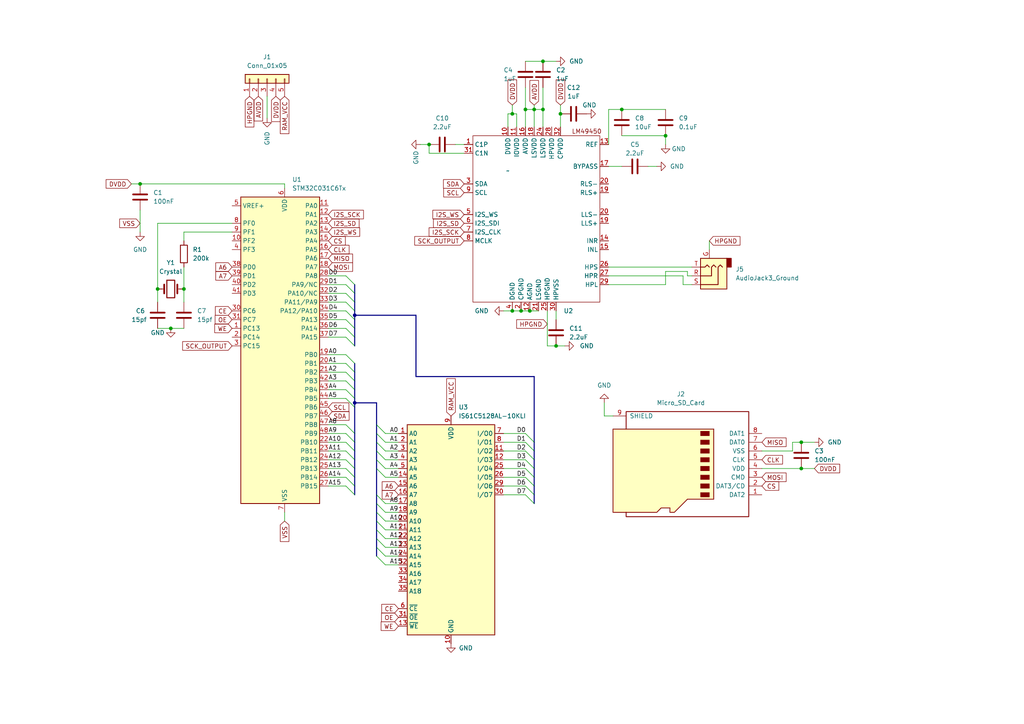
<source format=kicad_sch>
(kicad_sch (version 20230121) (generator eeschema)

  (uuid d39be3d6-4839-40ea-b876-8841df1999a7)

  (paper "A4")

  (title_block
    (title "OTTO_MOBO (By: Ose Obinyan)")
  )

  (lib_symbols
    (symbol "Connector:Micro_SD_Card" (pin_names (offset 1.016)) (in_bom yes) (on_board yes)
      (property "Reference" "J" (at -16.51 15.24 0)
        (effects (font (size 1.27 1.27)))
      )
      (property "Value" "Micro_SD_Card" (at 16.51 15.24 0)
        (effects (font (size 1.27 1.27)) (justify right))
      )
      (property "Footprint" "" (at 29.21 7.62 0)
        (effects (font (size 1.27 1.27)) hide)
      )
      (property "Datasheet" "http://katalog.we-online.de/em/datasheet/693072010801.pdf" (at 0 0 0)
        (effects (font (size 1.27 1.27)) hide)
      )
      (property "ki_keywords" "connector SD microsd" (at 0 0 0)
        (effects (font (size 1.27 1.27)) hide)
      )
      (property "ki_description" "Micro SD Card Socket" (at 0 0 0)
        (effects (font (size 1.27 1.27)) hide)
      )
      (property "ki_fp_filters" "microSD*" (at 0 0 0)
        (effects (font (size 1.27 1.27)) hide)
      )
      (symbol "Micro_SD_Card_0_1"
        (rectangle (start -7.62 -9.525) (end -5.08 -10.795)
          (stroke (width 0) (type default))
          (fill (type outline))
        )
        (rectangle (start -7.62 -6.985) (end -5.08 -8.255)
          (stroke (width 0) (type default))
          (fill (type outline))
        )
        (rectangle (start -7.62 -4.445) (end -5.08 -5.715)
          (stroke (width 0) (type default))
          (fill (type outline))
        )
        (rectangle (start -7.62 -1.905) (end -5.08 -3.175)
          (stroke (width 0) (type default))
          (fill (type outline))
        )
        (rectangle (start -7.62 0.635) (end -5.08 -0.635)
          (stroke (width 0) (type default))
          (fill (type outline))
        )
        (rectangle (start -7.62 3.175) (end -5.08 1.905)
          (stroke (width 0) (type default))
          (fill (type outline))
        )
        (rectangle (start -7.62 5.715) (end -5.08 4.445)
          (stroke (width 0) (type default))
          (fill (type outline))
        )
        (rectangle (start -7.62 8.255) (end -5.08 6.985)
          (stroke (width 0) (type default))
          (fill (type outline))
        )
        (polyline
          (pts
            (xy 16.51 12.7)
            (xy 16.51 13.97)
            (xy -19.05 13.97)
            (xy -19.05 -16.51)
            (xy 16.51 -16.51)
            (xy 16.51 -11.43)
          )
          (stroke (width 0.254) (type default))
          (fill (type none))
        )
        (polyline
          (pts
            (xy -8.89 -11.43)
            (xy -8.89 8.89)
            (xy -1.27 8.89)
            (xy 2.54 12.7)
            (xy 3.81 12.7)
            (xy 3.81 11.43)
            (xy 6.35 11.43)
            (xy 7.62 12.7)
            (xy 20.32 12.7)
            (xy 20.32 -11.43)
            (xy -8.89 -11.43)
          )
          (stroke (width 0.254) (type default))
          (fill (type background))
        )
      )
      (symbol "Micro_SD_Card_1_1"
        (pin bidirectional line (at -22.86 7.62 0) (length 3.81)
          (name "DAT2" (effects (font (size 1.27 1.27))))
          (number "1" (effects (font (size 1.27 1.27))))
        )
        (pin bidirectional line (at -22.86 5.08 0) (length 3.81)
          (name "DAT3/CD" (effects (font (size 1.27 1.27))))
          (number "2" (effects (font (size 1.27 1.27))))
        )
        (pin input line (at -22.86 2.54 0) (length 3.81)
          (name "CMD" (effects (font (size 1.27 1.27))))
          (number "3" (effects (font (size 1.27 1.27))))
        )
        (pin power_in line (at -22.86 0 0) (length 3.81)
          (name "VDD" (effects (font (size 1.27 1.27))))
          (number "4" (effects (font (size 1.27 1.27))))
        )
        (pin input line (at -22.86 -2.54 0) (length 3.81)
          (name "CLK" (effects (font (size 1.27 1.27))))
          (number "5" (effects (font (size 1.27 1.27))))
        )
        (pin power_in line (at -22.86 -5.08 0) (length 3.81)
          (name "VSS" (effects (font (size 1.27 1.27))))
          (number "6" (effects (font (size 1.27 1.27))))
        )
        (pin bidirectional line (at -22.86 -7.62 0) (length 3.81)
          (name "DAT0" (effects (font (size 1.27 1.27))))
          (number "7" (effects (font (size 1.27 1.27))))
        )
        (pin bidirectional line (at -22.86 -10.16 0) (length 3.81)
          (name "DAT1" (effects (font (size 1.27 1.27))))
          (number "8" (effects (font (size 1.27 1.27))))
        )
        (pin passive line (at 20.32 -15.24 180) (length 3.81)
          (name "SHIELD" (effects (font (size 1.27 1.27))))
          (number "9" (effects (font (size 1.27 1.27))))
        )
      )
    )
    (symbol "Connector_Audio:AudioJack3_Ground" (in_bom yes) (on_board yes)
      (property "Reference" "J" (at 0 8.89 0)
        (effects (font (size 1.27 1.27)))
      )
      (property "Value" "AudioJack3_Ground" (at 0 6.35 0)
        (effects (font (size 1.27 1.27)))
      )
      (property "Footprint" "" (at 0 0 0)
        (effects (font (size 1.27 1.27)) hide)
      )
      (property "Datasheet" "~" (at 0 0 0)
        (effects (font (size 1.27 1.27)) hide)
      )
      (property "ki_keywords" "audio jack receptacle stereo headphones phones TRS connector" (at 0 0 0)
        (effects (font (size 1.27 1.27)) hide)
      )
      (property "ki_description" "Audio Jack, 3 Poles (Stereo / TRS), Grounded Sleeve" (at 0 0 0)
        (effects (font (size 1.27 1.27)) hide)
      )
      (property "ki_fp_filters" "Jack*" (at 0 0 0)
        (effects (font (size 1.27 1.27)) hide)
      )
      (symbol "AudioJack3_Ground_0_1"
        (rectangle (start -5.08 -2.54) (end -6.35 -5.08)
          (stroke (width 0.254) (type default))
          (fill (type outline))
        )
        (polyline
          (pts
            (xy 0 -2.54)
            (xy 0.635 -3.175)
            (xy 1.27 -2.54)
            (xy 2.54 -2.54)
          )
          (stroke (width 0.254) (type default))
          (fill (type none))
        )
        (polyline
          (pts
            (xy -1.905 -2.54)
            (xy -1.27 -3.175)
            (xy -0.635 -2.54)
            (xy -0.635 0)
            (xy 2.54 0)
          )
          (stroke (width 0.254) (type default))
          (fill (type none))
        )
        (polyline
          (pts
            (xy 2.54 2.54)
            (xy -2.54 2.54)
            (xy -2.54 -2.54)
            (xy -3.175 -3.175)
            (xy -3.81 -2.54)
          )
          (stroke (width 0.254) (type default))
          (fill (type none))
        )
        (rectangle (start 2.54 3.81) (end -5.08 -5.08)
          (stroke (width 0.254) (type default))
          (fill (type background))
        )
      )
      (symbol "AudioJack3_Ground_1_1"
        (pin passive line (at 0 -7.62 90) (length 2.54)
          (name "~" (effects (font (size 1.27 1.27))))
          (number "G" (effects (font (size 1.27 1.27))))
        )
        (pin passive line (at 5.08 0 180) (length 2.54)
          (name "~" (effects (font (size 1.27 1.27))))
          (number "R" (effects (font (size 1.27 1.27))))
        )
        (pin passive line (at 5.08 2.54 180) (length 2.54)
          (name "~" (effects (font (size 1.27 1.27))))
          (number "S" (effects (font (size 1.27 1.27))))
        )
        (pin passive line (at 5.08 -2.54 180) (length 2.54)
          (name "~" (effects (font (size 1.27 1.27))))
          (number "T" (effects (font (size 1.27 1.27))))
        )
      )
    )
    (symbol "Connector_Generic:Conn_01x05" (pin_names (offset 1.016) hide) (in_bom yes) (on_board yes)
      (property "Reference" "J" (at 0 7.62 0)
        (effects (font (size 1.27 1.27)))
      )
      (property "Value" "Conn_01x05" (at 0 -7.62 0)
        (effects (font (size 1.27 1.27)))
      )
      (property "Footprint" "" (at 0 0 0)
        (effects (font (size 1.27 1.27)) hide)
      )
      (property "Datasheet" "~" (at 0 0 0)
        (effects (font (size 1.27 1.27)) hide)
      )
      (property "ki_keywords" "connector" (at 0 0 0)
        (effects (font (size 1.27 1.27)) hide)
      )
      (property "ki_description" "Generic connector, single row, 01x05, script generated (kicad-library-utils/schlib/autogen/connector/)" (at 0 0 0)
        (effects (font (size 1.27 1.27)) hide)
      )
      (property "ki_fp_filters" "Connector*:*_1x??_*" (at 0 0 0)
        (effects (font (size 1.27 1.27)) hide)
      )
      (symbol "Conn_01x05_1_1"
        (rectangle (start -1.27 -4.953) (end 0 -5.207)
          (stroke (width 0.1524) (type default))
          (fill (type none))
        )
        (rectangle (start -1.27 -2.413) (end 0 -2.667)
          (stroke (width 0.1524) (type default))
          (fill (type none))
        )
        (rectangle (start -1.27 0.127) (end 0 -0.127)
          (stroke (width 0.1524) (type default))
          (fill (type none))
        )
        (rectangle (start -1.27 2.667) (end 0 2.413)
          (stroke (width 0.1524) (type default))
          (fill (type none))
        )
        (rectangle (start -1.27 5.207) (end 0 4.953)
          (stroke (width 0.1524) (type default))
          (fill (type none))
        )
        (rectangle (start -1.27 6.35) (end 1.27 -6.35)
          (stroke (width 0.254) (type default))
          (fill (type background))
        )
        (pin passive line (at -5.08 5.08 0) (length 3.81)
          (name "Pin_1" (effects (font (size 1.27 1.27))))
          (number "1" (effects (font (size 1.27 1.27))))
        )
        (pin passive line (at -5.08 2.54 0) (length 3.81)
          (name "Pin_2" (effects (font (size 1.27 1.27))))
          (number "2" (effects (font (size 1.27 1.27))))
        )
        (pin passive line (at -5.08 0 0) (length 3.81)
          (name "Pin_3" (effects (font (size 1.27 1.27))))
          (number "3" (effects (font (size 1.27 1.27))))
        )
        (pin passive line (at -5.08 -2.54 0) (length 3.81)
          (name "Pin_4" (effects (font (size 1.27 1.27))))
          (number "4" (effects (font (size 1.27 1.27))))
        )
        (pin passive line (at -5.08 -5.08 0) (length 3.81)
          (name "Pin_5" (effects (font (size 1.27 1.27))))
          (number "5" (effects (font (size 1.27 1.27))))
        )
      )
    )
    (symbol "Device:C" (pin_numbers hide) (pin_names (offset 0.254)) (in_bom yes) (on_board yes)
      (property "Reference" "C" (at 0.635 2.54 0)
        (effects (font (size 1.27 1.27)) (justify left))
      )
      (property "Value" "C" (at 0.635 -2.54 0)
        (effects (font (size 1.27 1.27)) (justify left))
      )
      (property "Footprint" "" (at 0.9652 -3.81 0)
        (effects (font (size 1.27 1.27)) hide)
      )
      (property "Datasheet" "~" (at 0 0 0)
        (effects (font (size 1.27 1.27)) hide)
      )
      (property "ki_keywords" "cap capacitor" (at 0 0 0)
        (effects (font (size 1.27 1.27)) hide)
      )
      (property "ki_description" "Unpolarized capacitor" (at 0 0 0)
        (effects (font (size 1.27 1.27)) hide)
      )
      (property "ki_fp_filters" "C_*" (at 0 0 0)
        (effects (font (size 1.27 1.27)) hide)
      )
      (symbol "C_0_1"
        (polyline
          (pts
            (xy -2.032 -0.762)
            (xy 2.032 -0.762)
          )
          (stroke (width 0.508) (type default))
          (fill (type none))
        )
        (polyline
          (pts
            (xy -2.032 0.762)
            (xy 2.032 0.762)
          )
          (stroke (width 0.508) (type default))
          (fill (type none))
        )
      )
      (symbol "C_1_1"
        (pin passive line (at 0 3.81 270) (length 2.794)
          (name "~" (effects (font (size 1.27 1.27))))
          (number "1" (effects (font (size 1.27 1.27))))
        )
        (pin passive line (at 0 -3.81 90) (length 2.794)
          (name "~" (effects (font (size 1.27 1.27))))
          (number "2" (effects (font (size 1.27 1.27))))
        )
      )
    )
    (symbol "Device:Crystal" (pin_numbers hide) (pin_names (offset 1.016) hide) (in_bom yes) (on_board yes)
      (property "Reference" "Y" (at 0 3.81 0)
        (effects (font (size 1.27 1.27)))
      )
      (property "Value" "Crystal" (at 0 -3.81 0)
        (effects (font (size 1.27 1.27)))
      )
      (property "Footprint" "" (at 0 0 0)
        (effects (font (size 1.27 1.27)) hide)
      )
      (property "Datasheet" "~" (at 0 0 0)
        (effects (font (size 1.27 1.27)) hide)
      )
      (property "ki_keywords" "quartz ceramic resonator oscillator" (at 0 0 0)
        (effects (font (size 1.27 1.27)) hide)
      )
      (property "ki_description" "Two pin crystal" (at 0 0 0)
        (effects (font (size 1.27 1.27)) hide)
      )
      (property "ki_fp_filters" "Crystal*" (at 0 0 0)
        (effects (font (size 1.27 1.27)) hide)
      )
      (symbol "Crystal_0_1"
        (rectangle (start -1.143 2.54) (end 1.143 -2.54)
          (stroke (width 0.3048) (type default))
          (fill (type none))
        )
        (polyline
          (pts
            (xy -2.54 0)
            (xy -1.905 0)
          )
          (stroke (width 0) (type default))
          (fill (type none))
        )
        (polyline
          (pts
            (xy -1.905 -1.27)
            (xy -1.905 1.27)
          )
          (stroke (width 0.508) (type default))
          (fill (type none))
        )
        (polyline
          (pts
            (xy 1.905 -1.27)
            (xy 1.905 1.27)
          )
          (stroke (width 0.508) (type default))
          (fill (type none))
        )
        (polyline
          (pts
            (xy 2.54 0)
            (xy 1.905 0)
          )
          (stroke (width 0) (type default))
          (fill (type none))
        )
      )
      (symbol "Crystal_1_1"
        (pin passive line (at -3.81 0 0) (length 1.27)
          (name "1" (effects (font (size 1.27 1.27))))
          (number "1" (effects (font (size 1.27 1.27))))
        )
        (pin passive line (at 3.81 0 180) (length 1.27)
          (name "2" (effects (font (size 1.27 1.27))))
          (number "2" (effects (font (size 1.27 1.27))))
        )
      )
    )
    (symbol "Device:R" (pin_numbers hide) (pin_names (offset 0)) (in_bom yes) (on_board yes)
      (property "Reference" "R" (at 2.032 0 90)
        (effects (font (size 1.27 1.27)))
      )
      (property "Value" "R" (at 0 0 90)
        (effects (font (size 1.27 1.27)))
      )
      (property "Footprint" "" (at -1.778 0 90)
        (effects (font (size 1.27 1.27)) hide)
      )
      (property "Datasheet" "~" (at 0 0 0)
        (effects (font (size 1.27 1.27)) hide)
      )
      (property "ki_keywords" "R res resistor" (at 0 0 0)
        (effects (font (size 1.27 1.27)) hide)
      )
      (property "ki_description" "Resistor" (at 0 0 0)
        (effects (font (size 1.27 1.27)) hide)
      )
      (property "ki_fp_filters" "R_*" (at 0 0 0)
        (effects (font (size 1.27 1.27)) hide)
      )
      (symbol "R_0_1"
        (rectangle (start -1.016 -2.54) (end 1.016 2.54)
          (stroke (width 0.254) (type default))
          (fill (type none))
        )
      )
      (symbol "R_1_1"
        (pin passive line (at 0 3.81 270) (length 1.27)
          (name "~" (effects (font (size 1.27 1.27))))
          (number "1" (effects (font (size 1.27 1.27))))
        )
        (pin passive line (at 0 -3.81 90) (length 1.27)
          (name "~" (effects (font (size 1.27 1.27))))
          (number "2" (effects (font (size 1.27 1.27))))
        )
      )
    )
    (symbol "MCU_ST_STM32C0:STM32C031C6Tx" (in_bom yes) (on_board yes)
      (property "Reference" "U" (at -10.16 46.99 0)
        (effects (font (size 1.27 1.27)) (justify left))
      )
      (property "Value" "STM32C031C6Tx" (at 5.08 46.99 0)
        (effects (font (size 1.27 1.27)) (justify left))
      )
      (property "Footprint" "Package_QFP:LQFP-48_7x7mm_P0.5mm" (at -10.16 -43.18 0)
        (effects (font (size 1.27 1.27)) (justify right) hide)
      )
      (property "Datasheet" "https://www.st.com/resource/en/datasheet/stm32c031c6.pdf" (at 0 0 0)
        (effects (font (size 1.27 1.27)) hide)
      )
      (property "ki_locked" "" (at 0 0 0)
        (effects (font (size 1.27 1.27)))
      )
      (property "ki_keywords" "Arm Cortex-M0+ STM32C0 STM32C0x1" (at 0 0 0)
        (effects (font (size 1.27 1.27)) hide)
      )
      (property "ki_description" "STMicroelectronics Arm Cortex-M0+ MCU, 32KB flash, 12KB RAM, 48 MHz, 2.0-3.6V, 45 GPIO, LQFP48" (at 0 0 0)
        (effects (font (size 1.27 1.27)) hide)
      )
      (property "ki_fp_filters" "LQFP*7x7mm*P0.5mm*" (at 0 0 0)
        (effects (font (size 1.27 1.27)) hide)
      )
      (symbol "STM32C031C6Tx_0_1"
        (rectangle (start -10.16 -43.18) (end 12.7 45.72)
          (stroke (width 0.254) (type default))
          (fill (type background))
        )
      )
      (symbol "STM32C031C6Tx_1_1"
        (pin bidirectional line (at -12.7 7.62 0) (length 2.54)
          (name "PC13" (effects (font (size 1.27 1.27))))
          (number "1" (effects (font (size 1.27 1.27))))
          (alternate "PWR_WKUP2" bidirectional line)
          (alternate "RTC_OUT1" bidirectional line)
          (alternate "RTC_TS" bidirectional line)
          (alternate "TIM1_BKIN" bidirectional line)
          (alternate "TIM1_ETR" bidirectional line)
        )
        (pin bidirectional line (at -12.7 33.02 0) (length 2.54)
          (name "PF2" (effects (font (size 1.27 1.27))))
          (number "10" (effects (font (size 1.27 1.27))))
          (alternate "RCC_MCO" bidirectional line)
          (alternate "TIM1_CH4" bidirectional line)
        )
        (pin bidirectional line (at 15.24 43.18 180) (length 2.54)
          (name "PA0" (effects (font (size 1.27 1.27))))
          (number "11" (effects (font (size 1.27 1.27))))
          (alternate "ADC1_IN0" bidirectional line)
          (alternate "PWR_WKUP1" bidirectional line)
          (alternate "TIM16_CH1" bidirectional line)
          (alternate "TIM1_CH1" bidirectional line)
          (alternate "USART1_TX" bidirectional line)
          (alternate "USART2_CTS" bidirectional line)
          (alternate "USART2_NSS" bidirectional line)
        )
        (pin bidirectional line (at 15.24 40.64 180) (length 2.54)
          (name "PA1" (effects (font (size 1.27 1.27))))
          (number "12" (effects (font (size 1.27 1.27))))
          (alternate "ADC1_IN1" bidirectional line)
          (alternate "I2C1_SMBA" bidirectional line)
          (alternate "I2S1_CK" bidirectional line)
          (alternate "SPI1_SCK" bidirectional line)
          (alternate "TIM17_CH1" bidirectional line)
          (alternate "TIM1_CH2" bidirectional line)
          (alternate "USART1_RX" bidirectional line)
          (alternate "USART2_CK" bidirectional line)
          (alternate "USART2_DE" bidirectional line)
          (alternate "USART2_RTS" bidirectional line)
        )
        (pin bidirectional line (at 15.24 38.1 180) (length 2.54)
          (name "PA2" (effects (font (size 1.27 1.27))))
          (number "13" (effects (font (size 1.27 1.27))))
          (alternate "ADC1_IN2" bidirectional line)
          (alternate "I2S1_SD" bidirectional line)
          (alternate "PWR_WKUP4" bidirectional line)
          (alternate "RCC_LSCO" bidirectional line)
          (alternate "SPI1_MOSI" bidirectional line)
          (alternate "TIM16_CH1N" bidirectional line)
          (alternate "TIM1_CH3" bidirectional line)
          (alternate "TIM3_ETR" bidirectional line)
          (alternate "USART2_TX" bidirectional line)
        )
        (pin bidirectional line (at 15.24 35.56 180) (length 2.54)
          (name "PA3" (effects (font (size 1.27 1.27))))
          (number "14" (effects (font (size 1.27 1.27))))
          (alternate "ADC1_IN3" bidirectional line)
          (alternate "TIM1_CH1N" bidirectional line)
          (alternate "TIM1_CH4" bidirectional line)
          (alternate "USART2_RX" bidirectional line)
        )
        (pin bidirectional line (at 15.24 33.02 180) (length 2.54)
          (name "PA4" (effects (font (size 1.27 1.27))))
          (number "15" (effects (font (size 1.27 1.27))))
          (alternate "ADC1_IN4" bidirectional line)
          (alternate "I2S1_WS" bidirectional line)
          (alternate "RTC_OUT2" bidirectional line)
          (alternate "SPI1_NSS" bidirectional line)
          (alternate "TIM14_CH1" bidirectional line)
          (alternate "TIM17_CH1N" bidirectional line)
          (alternate "TIM1_CH2N" bidirectional line)
          (alternate "USART2_TX" bidirectional line)
        )
        (pin bidirectional line (at 15.24 30.48 180) (length 2.54)
          (name "PA5" (effects (font (size 1.27 1.27))))
          (number "16" (effects (font (size 1.27 1.27))))
          (alternate "ADC1_IN5" bidirectional line)
          (alternate "I2S1_CK" bidirectional line)
          (alternate "SPI1_SCK" bidirectional line)
          (alternate "TIM1_CH1" bidirectional line)
          (alternate "TIM1_CH3N" bidirectional line)
          (alternate "USART2_RX" bidirectional line)
        )
        (pin bidirectional line (at 15.24 27.94 180) (length 2.54)
          (name "PA6" (effects (font (size 1.27 1.27))))
          (number "17" (effects (font (size 1.27 1.27))))
          (alternate "ADC1_IN6" bidirectional line)
          (alternate "I2S1_MCK" bidirectional line)
          (alternate "SPI1_MISO" bidirectional line)
          (alternate "TIM16_CH1" bidirectional line)
          (alternate "TIM1_BKIN" bidirectional line)
          (alternate "TIM3_CH1" bidirectional line)
        )
        (pin bidirectional line (at 15.24 25.4 180) (length 2.54)
          (name "PA7" (effects (font (size 1.27 1.27))))
          (number "18" (effects (font (size 1.27 1.27))))
          (alternate "ADC1_IN7" bidirectional line)
          (alternate "I2S1_SD" bidirectional line)
          (alternate "SPI1_MOSI" bidirectional line)
          (alternate "TIM14_CH1" bidirectional line)
          (alternate "TIM17_CH1" bidirectional line)
          (alternate "TIM1_CH1N" bidirectional line)
          (alternate "TIM3_CH2" bidirectional line)
        )
        (pin bidirectional line (at 15.24 0 180) (length 2.54)
          (name "PB0" (effects (font (size 1.27 1.27))))
          (number "19" (effects (font (size 1.27 1.27))))
          (alternate "ADC1_IN17" bidirectional line)
          (alternate "I2S1_WS" bidirectional line)
          (alternate "SPI1_NSS" bidirectional line)
          (alternate "TIM1_CH2N" bidirectional line)
          (alternate "TIM3_CH3" bidirectional line)
        )
        (pin bidirectional line (at -12.7 5.08 0) (length 2.54)
          (name "PC14" (effects (font (size 1.27 1.27))))
          (number "2" (effects (font (size 1.27 1.27))))
          (alternate "I2C1_SDA" bidirectional line)
          (alternate "IR_OUT" bidirectional line)
          (alternate "RCC_OSCX_IN" bidirectional line)
          (alternate "TIM17_CH1" bidirectional line)
          (alternate "TIM1_BKIN2" bidirectional line)
          (alternate "TIM1_ETR" bidirectional line)
          (alternate "TIM3_CH2" bidirectional line)
          (alternate "USART1_TX" bidirectional line)
          (alternate "USART2_CK" bidirectional line)
          (alternate "USART2_DE" bidirectional line)
          (alternate "USART2_RTS" bidirectional line)
        )
        (pin bidirectional line (at 15.24 -2.54 180) (length 2.54)
          (name "PB1" (effects (font (size 1.27 1.27))))
          (number "20" (effects (font (size 1.27 1.27))))
          (alternate "ADC1_IN18" bidirectional line)
          (alternate "TIM14_CH1" bidirectional line)
          (alternate "TIM1_CH2N" bidirectional line)
          (alternate "TIM1_CH3N" bidirectional line)
          (alternate "TIM3_CH4" bidirectional line)
        )
        (pin bidirectional line (at 15.24 -5.08 180) (length 2.54)
          (name "PB2" (effects (font (size 1.27 1.27))))
          (number "21" (effects (font (size 1.27 1.27))))
          (alternate "ADC1_IN19" bidirectional line)
          (alternate "RCC_MCO_2" bidirectional line)
          (alternate "USART1_RX" bidirectional line)
        )
        (pin bidirectional line (at 15.24 -25.4 180) (length 2.54)
          (name "PB10" (effects (font (size 1.27 1.27))))
          (number "22" (effects (font (size 1.27 1.27))))
          (alternate "ADC1_IN20" bidirectional line)
        )
        (pin bidirectional line (at 15.24 -27.94 180) (length 2.54)
          (name "PB11" (effects (font (size 1.27 1.27))))
          (number "23" (effects (font (size 1.27 1.27))))
          (alternate "ADC1_EXTI11" bidirectional line)
          (alternate "ADC1_IN21" bidirectional line)
        )
        (pin bidirectional line (at 15.24 -30.48 180) (length 2.54)
          (name "PB12" (effects (font (size 1.27 1.27))))
          (number "24" (effects (font (size 1.27 1.27))))
          (alternate "ADC1_IN22" bidirectional line)
          (alternate "TIM1_BKIN" bidirectional line)
          (alternate "TIM1_BKIN2" bidirectional line)
        )
        (pin bidirectional line (at 15.24 -33.02 180) (length 2.54)
          (name "PB13" (effects (font (size 1.27 1.27))))
          (number "25" (effects (font (size 1.27 1.27))))
          (alternate "TIM1_CH1N" bidirectional line)
        )
        (pin bidirectional line (at 15.24 -35.56 180) (length 2.54)
          (name "PB14" (effects (font (size 1.27 1.27))))
          (number "26" (effects (font (size 1.27 1.27))))
          (alternate "TIM1_CH2N" bidirectional line)
        )
        (pin bidirectional line (at 15.24 -38.1 180) (length 2.54)
          (name "PB15" (effects (font (size 1.27 1.27))))
          (number "27" (effects (font (size 1.27 1.27))))
          (alternate "RTC_REFIN" bidirectional line)
          (alternate "TIM1_CH3N" bidirectional line)
        )
        (pin bidirectional line (at 15.24 22.86 180) (length 2.54)
          (name "PA8" (effects (font (size 1.27 1.27))))
          (number "28" (effects (font (size 1.27 1.27))))
          (alternate "ADC1_IN8" bidirectional line)
          (alternate "I2S1_WS" bidirectional line)
          (alternate "RCC_MCO" bidirectional line)
          (alternate "RCC_MCO_2" bidirectional line)
          (alternate "SPI1_NSS" bidirectional line)
          (alternate "TIM14_CH1" bidirectional line)
          (alternate "TIM1_CH1" bidirectional line)
          (alternate "TIM1_CH2N" bidirectional line)
          (alternate "TIM1_CH3N" bidirectional line)
          (alternate "TIM3_CH3" bidirectional line)
          (alternate "TIM3_CH4" bidirectional line)
          (alternate "USART1_RX" bidirectional line)
          (alternate "USART2_TX" bidirectional line)
        )
        (pin bidirectional line (at 15.24 20.32 180) (length 2.54)
          (name "PA9/NC" (effects (font (size 1.27 1.27))))
          (number "29" (effects (font (size 1.27 1.27))))
          (alternate "I2C1_SCL" bidirectional line)
          (alternate "RCC_MCO" bidirectional line)
          (alternate "TIM1_CH2" bidirectional line)
          (alternate "TIM3_ETR" bidirectional line)
          (alternate "USART1_TX" bidirectional line)
        )
        (pin bidirectional line (at -12.7 2.54 0) (length 2.54)
          (name "PC15" (effects (font (size 1.27 1.27))))
          (number "3" (effects (font (size 1.27 1.27))))
          (alternate "RCC_OSC32_EN" bidirectional line)
          (alternate "RCC_OSCX_OUT" bidirectional line)
          (alternate "RCC_OSC_EN" bidirectional line)
          (alternate "TIM1_ETR" bidirectional line)
          (alternate "TIM3_CH3" bidirectional line)
        )
        (pin bidirectional line (at -12.7 12.7 0) (length 2.54)
          (name "PC6" (effects (font (size 1.27 1.27))))
          (number "30" (effects (font (size 1.27 1.27))))
          (alternate "TIM3_CH1" bidirectional line)
        )
        (pin bidirectional line (at -12.7 10.16 0) (length 2.54)
          (name "PC7" (effects (font (size 1.27 1.27))))
          (number "31" (effects (font (size 1.27 1.27))))
          (alternate "TIM3_CH2" bidirectional line)
        )
        (pin bidirectional line (at 15.24 17.78 180) (length 2.54)
          (name "PA10/NC" (effects (font (size 1.27 1.27))))
          (number "32" (effects (font (size 1.27 1.27))))
          (alternate "I2C1_SDA" bidirectional line)
          (alternate "RCC_MCO_2" bidirectional line)
          (alternate "TIM17_BKIN" bidirectional line)
          (alternate "TIM1_CH3" bidirectional line)
          (alternate "USART1_RX" bidirectional line)
        )
        (pin bidirectional line (at 15.24 15.24 180) (length 2.54)
          (name "PA11/PA9" (effects (font (size 1.27 1.27))))
          (number "33" (effects (font (size 1.27 1.27))))
          (alternate "ADC1_EXTI11" bidirectional line)
          (alternate "ADC1_IN11" bidirectional line)
          (alternate "I2S1_MCK" bidirectional line)
          (alternate "SPI1_MISO" bidirectional line)
          (alternate "TIM1_BKIN2" bidirectional line)
          (alternate "TIM1_CH4" bidirectional line)
          (alternate "USART1_CTS" bidirectional line)
          (alternate "USART1_NSS" bidirectional line)
        )
        (pin bidirectional line (at 15.24 12.7 180) (length 2.54)
          (name "PA12/PA10" (effects (font (size 1.27 1.27))))
          (number "34" (effects (font (size 1.27 1.27))))
          (alternate "ADC1_IN12" bidirectional line)
          (alternate "I2S1_SD" bidirectional line)
          (alternate "I2S_CKIN" bidirectional line)
          (alternate "SPI1_MOSI" bidirectional line)
          (alternate "TIM1_ETR" bidirectional line)
          (alternate "USART1_CK" bidirectional line)
          (alternate "USART1_DE" bidirectional line)
          (alternate "USART1_RTS" bidirectional line)
        )
        (pin bidirectional line (at 15.24 10.16 180) (length 2.54)
          (name "PA13" (effects (font (size 1.27 1.27))))
          (number "35" (effects (font (size 1.27 1.27))))
          (alternate "ADC1_IN13" bidirectional line)
          (alternate "DEBUG_SWDIO" bidirectional line)
          (alternate "IR_OUT" bidirectional line)
          (alternate "TIM3_ETR" bidirectional line)
          (alternate "USART2_RX" bidirectional line)
        )
        (pin bidirectional line (at 15.24 7.62 180) (length 2.54)
          (name "PA14" (effects (font (size 1.27 1.27))))
          (number "36" (effects (font (size 1.27 1.27))))
          (alternate "ADC1_IN14" bidirectional line)
          (alternate "DEBUG_SWCLK" bidirectional line)
          (alternate "I2S1_WS" bidirectional line)
          (alternate "RCC_MCO_2" bidirectional line)
          (alternate "SPI1_NSS" bidirectional line)
          (alternate "TIM1_CH1" bidirectional line)
          (alternate "USART1_CK" bidirectional line)
          (alternate "USART1_DE" bidirectional line)
          (alternate "USART1_RTS" bidirectional line)
          (alternate "USART2_RX" bidirectional line)
          (alternate "USART2_TX" bidirectional line)
        )
        (pin bidirectional line (at 15.24 5.08 180) (length 2.54)
          (name "PA15" (effects (font (size 1.27 1.27))))
          (number "37" (effects (font (size 1.27 1.27))))
          (alternate "I2S1_WS" bidirectional line)
          (alternate "RCC_MCO_2" bidirectional line)
          (alternate "SPI1_NSS" bidirectional line)
          (alternate "TIM1_CH1" bidirectional line)
          (alternate "USART1_CK" bidirectional line)
          (alternate "USART1_DE" bidirectional line)
          (alternate "USART1_RTS" bidirectional line)
          (alternate "USART2_RX" bidirectional line)
        )
        (pin bidirectional line (at -12.7 25.4 0) (length 2.54)
          (name "PD0" (effects (font (size 1.27 1.27))))
          (number "38" (effects (font (size 1.27 1.27))))
          (alternate "TIM16_CH1" bidirectional line)
        )
        (pin bidirectional line (at -12.7 22.86 0) (length 2.54)
          (name "PD1" (effects (font (size 1.27 1.27))))
          (number "39" (effects (font (size 1.27 1.27))))
          (alternate "TIM17_CH1" bidirectional line)
        )
        (pin bidirectional line (at -12.7 30.48 0) (length 2.54)
          (name "PF3" (effects (font (size 1.27 1.27))))
          (number "4" (effects (font (size 1.27 1.27))))
        )
        (pin bidirectional line (at -12.7 20.32 0) (length 2.54)
          (name "PD2" (effects (font (size 1.27 1.27))))
          (number "40" (effects (font (size 1.27 1.27))))
          (alternate "TIM1_CH1N" bidirectional line)
          (alternate "TIM3_ETR" bidirectional line)
        )
        (pin bidirectional line (at -12.7 17.78 0) (length 2.54)
          (name "PD3" (effects (font (size 1.27 1.27))))
          (number "41" (effects (font (size 1.27 1.27))))
          (alternate "TIM1_CH2N" bidirectional line)
          (alternate "USART2_CTS" bidirectional line)
          (alternate "USART2_NSS" bidirectional line)
        )
        (pin bidirectional line (at 15.24 -7.62 180) (length 2.54)
          (name "PB3" (effects (font (size 1.27 1.27))))
          (number "42" (effects (font (size 1.27 1.27))))
          (alternate "I2S1_CK" bidirectional line)
          (alternate "SPI1_SCK" bidirectional line)
          (alternate "TIM1_CH2" bidirectional line)
          (alternate "TIM3_CH2" bidirectional line)
          (alternate "USART1_CK" bidirectional line)
          (alternate "USART1_DE" bidirectional line)
          (alternate "USART1_RTS" bidirectional line)
        )
        (pin bidirectional line (at 15.24 -10.16 180) (length 2.54)
          (name "PB4" (effects (font (size 1.27 1.27))))
          (number "43" (effects (font (size 1.27 1.27))))
          (alternate "I2S1_MCK" bidirectional line)
          (alternate "SPI1_MISO" bidirectional line)
          (alternate "TIM17_BKIN" bidirectional line)
          (alternate "TIM3_CH1" bidirectional line)
          (alternate "USART1_CTS" bidirectional line)
          (alternate "USART1_NSS" bidirectional line)
        )
        (pin bidirectional line (at 15.24 -12.7 180) (length 2.54)
          (name "PB5" (effects (font (size 1.27 1.27))))
          (number "44" (effects (font (size 1.27 1.27))))
          (alternate "I2C1_SMBA" bidirectional line)
          (alternate "I2S1_SD" bidirectional line)
          (alternate "PWR_WKUP6" bidirectional line)
          (alternate "SPI1_MOSI" bidirectional line)
          (alternate "TIM16_BKIN" bidirectional line)
          (alternate "TIM3_CH2" bidirectional line)
          (alternate "TIM3_CH3" bidirectional line)
        )
        (pin bidirectional line (at 15.24 -15.24 180) (length 2.54)
          (name "PB6" (effects (font (size 1.27 1.27))))
          (number "45" (effects (font (size 1.27 1.27))))
          (alternate "I2C1_SCL" bidirectional line)
          (alternate "I2C1_SMBA" bidirectional line)
          (alternate "I2S1_CK" bidirectional line)
          (alternate "I2S1_MCK" bidirectional line)
          (alternate "I2S1_SD" bidirectional line)
          (alternate "PWR_WKUP3" bidirectional line)
          (alternate "SPI1_MISO" bidirectional line)
          (alternate "SPI1_MOSI" bidirectional line)
          (alternate "SPI1_SCK" bidirectional line)
          (alternate "TIM16_BKIN" bidirectional line)
          (alternate "TIM16_CH1N" bidirectional line)
          (alternate "TIM17_BKIN" bidirectional line)
          (alternate "TIM1_CH2" bidirectional line)
          (alternate "TIM1_CH3" bidirectional line)
          (alternate "TIM3_CH1" bidirectional line)
          (alternate "TIM3_CH2" bidirectional line)
          (alternate "TIM3_CH3" bidirectional line)
          (alternate "USART1_CK" bidirectional line)
          (alternate "USART1_CTS" bidirectional line)
          (alternate "USART1_DE" bidirectional line)
          (alternate "USART1_NSS" bidirectional line)
          (alternate "USART1_RTS" bidirectional line)
          (alternate "USART1_TX" bidirectional line)
        )
        (pin bidirectional line (at 15.24 -17.78 180) (length 2.54)
          (name "PB7" (effects (font (size 1.27 1.27))))
          (number "46" (effects (font (size 1.27 1.27))))
          (alternate "I2C1_SCL" bidirectional line)
          (alternate "I2C1_SDA" bidirectional line)
          (alternate "TIM16_CH1" bidirectional line)
          (alternate "TIM17_CH1N" bidirectional line)
          (alternate "TIM1_CH4" bidirectional line)
          (alternate "TIM3_CH1" bidirectional line)
          (alternate "TIM3_CH4" bidirectional line)
          (alternate "USART1_RX" bidirectional line)
          (alternate "USART2_CTS" bidirectional line)
          (alternate "USART2_NSS" bidirectional line)
        )
        (pin bidirectional line (at 15.24 -20.32 180) (length 2.54)
          (name "PB8" (effects (font (size 1.27 1.27))))
          (number "47" (effects (font (size 1.27 1.27))))
          (alternate "I2C1_SCL" bidirectional line)
          (alternate "TIM16_CH1" bidirectional line)
          (alternate "TIM3_CH1" bidirectional line)
          (alternate "USART2_CTS" bidirectional line)
          (alternate "USART2_NSS" bidirectional line)
        )
        (pin bidirectional line (at 15.24 -22.86 180) (length 2.54)
          (name "PB9" (effects (font (size 1.27 1.27))))
          (number "48" (effects (font (size 1.27 1.27))))
          (alternate "I2C1_SDA" bidirectional line)
          (alternate "IR_OUT" bidirectional line)
          (alternate "TIM17_CH1" bidirectional line)
          (alternate "TIM3_CH2" bidirectional line)
          (alternate "USART2_CK" bidirectional line)
          (alternate "USART2_DE" bidirectional line)
          (alternate "USART2_RTS" bidirectional line)
        )
        (pin input line (at -12.7 43.18 0) (length 2.54)
          (name "VREF+" (effects (font (size 1.27 1.27))))
          (number "5" (effects (font (size 1.27 1.27))))
        )
        (pin power_in line (at 2.54 48.26 270) (length 2.54)
          (name "VDD" (effects (font (size 1.27 1.27))))
          (number "6" (effects (font (size 1.27 1.27))))
        )
        (pin power_in line (at 2.54 -45.72 90) (length 2.54)
          (name "VSS" (effects (font (size 1.27 1.27))))
          (number "7" (effects (font (size 1.27 1.27))))
        )
        (pin bidirectional line (at -12.7 38.1 0) (length 2.54)
          (name "PF0" (effects (font (size 1.27 1.27))))
          (number "8" (effects (font (size 1.27 1.27))))
          (alternate "RCC_OSC_IN" bidirectional line)
          (alternate "TIM14_CH1" bidirectional line)
        )
        (pin bidirectional line (at -12.7 35.56 0) (length 2.54)
          (name "PF1" (effects (font (size 1.27 1.27))))
          (number "9" (effects (font (size 1.27 1.27))))
          (alternate "RCC_OSC_EN" bidirectional line)
          (alternate "RCC_OSC_OUT" bidirectional line)
        )
      )
    )
    (symbol "Memory_RAM:IS61C5128AL-10KLI" (in_bom yes) (on_board yes)
      (property "Reference" "U" (at -10.16 31.75 0)
        (effects (font (size 1.27 1.27)))
      )
      (property "Value" "IS61C5128AL-10KLI" (at 12.7 31.75 0)
        (effects (font (size 1.27 1.27)))
      )
      (property "Footprint" "Package_SO:SOJ-36_10.16x23.49mm_P1.27mm" (at -12.7 29.21 0)
        (effects (font (size 1.27 1.27)) hide)
      )
      (property "Datasheet" "http://www.issi.com/WW/pdf/61-64C5128AL.pdf" (at 0 0 0)
        (effects (font (size 1.27 1.27)) hide)
      )
      (property "ki_keywords" "SRAM MEMORY" (at 0 0 0)
        (effects (font (size 1.27 1.27)) hide)
      )
      (property "ki_description" "512K x 8 HIGH-SPEED CMOS STATIC RAM, 10ns, SOJ-36" (at 0 0 0)
        (effects (font (size 1.27 1.27)) hide)
      )
      (property "ki_fp_filters" "SOJ*10.16x23.49mm*P1.27mm*" (at 0 0 0)
        (effects (font (size 1.27 1.27)) hide)
      )
      (symbol "IS61C5128AL-10KLI_0_1"
        (rectangle (start -12.7 30.48) (end 12.7 -30.48)
          (stroke (width 0.254) (type default))
          (fill (type background))
        )
      )
      (symbol "IS61C5128AL-10KLI_1_1"
        (pin input line (at -15.24 27.94 0) (length 2.54)
          (name "A0" (effects (font (size 1.27 1.27))))
          (number "1" (effects (font (size 1.27 1.27))))
        )
        (pin power_in line (at 0 -33.02 90) (length 2.54)
          (name "GND" (effects (font (size 1.27 1.27))))
          (number "10" (effects (font (size 1.27 1.27))))
        )
        (pin bidirectional line (at 15.24 22.86 180) (length 2.54)
          (name "I/O2" (effects (font (size 1.27 1.27))))
          (number "11" (effects (font (size 1.27 1.27))))
        )
        (pin bidirectional line (at 15.24 20.32 180) (length 2.54)
          (name "I/O3" (effects (font (size 1.27 1.27))))
          (number "12" (effects (font (size 1.27 1.27))))
        )
        (pin input line (at -15.24 -27.94 0) (length 2.54)
          (name "~{WE}" (effects (font (size 1.27 1.27))))
          (number "13" (effects (font (size 1.27 1.27))))
        )
        (pin input line (at -15.24 15.24 0) (length 2.54)
          (name "A5" (effects (font (size 1.27 1.27))))
          (number "14" (effects (font (size 1.27 1.27))))
        )
        (pin input line (at -15.24 12.7 0) (length 2.54)
          (name "A6" (effects (font (size 1.27 1.27))))
          (number "15" (effects (font (size 1.27 1.27))))
        )
        (pin input line (at -15.24 10.16 0) (length 2.54)
          (name "A7" (effects (font (size 1.27 1.27))))
          (number "16" (effects (font (size 1.27 1.27))))
        )
        (pin input line (at -15.24 7.62 0) (length 2.54)
          (name "A8" (effects (font (size 1.27 1.27))))
          (number "17" (effects (font (size 1.27 1.27))))
        )
        (pin input line (at -15.24 5.08 0) (length 2.54)
          (name "A9" (effects (font (size 1.27 1.27))))
          (number "18" (effects (font (size 1.27 1.27))))
        )
        (pin no_connect line (at 12.7 -27.94 180) (length 2.54) hide
          (name "NC" (effects (font (size 1.27 1.27))))
          (number "19" (effects (font (size 1.27 1.27))))
        )
        (pin input line (at -15.24 25.4 0) (length 2.54)
          (name "A1" (effects (font (size 1.27 1.27))))
          (number "2" (effects (font (size 1.27 1.27))))
        )
        (pin input line (at -15.24 2.54 0) (length 2.54)
          (name "A10" (effects (font (size 1.27 1.27))))
          (number "20" (effects (font (size 1.27 1.27))))
        )
        (pin input line (at -15.24 0 0) (length 2.54)
          (name "A11" (effects (font (size 1.27 1.27))))
          (number "21" (effects (font (size 1.27 1.27))))
        )
        (pin input line (at -15.24 -2.54 0) (length 2.54)
          (name "A12" (effects (font (size 1.27 1.27))))
          (number "22" (effects (font (size 1.27 1.27))))
        )
        (pin input line (at -15.24 -5.08 0) (length 2.54)
          (name "A13" (effects (font (size 1.27 1.27))))
          (number "23" (effects (font (size 1.27 1.27))))
        )
        (pin input line (at -15.24 -7.62 0) (length 2.54)
          (name "A14" (effects (font (size 1.27 1.27))))
          (number "24" (effects (font (size 1.27 1.27))))
        )
        (pin bidirectional line (at 15.24 17.78 180) (length 2.54)
          (name "I/O4" (effects (font (size 1.27 1.27))))
          (number "25" (effects (font (size 1.27 1.27))))
        )
        (pin bidirectional line (at 15.24 15.24 180) (length 2.54)
          (name "I/O5" (effects (font (size 1.27 1.27))))
          (number "26" (effects (font (size 1.27 1.27))))
        )
        (pin passive line (at 0 33.02 270) (length 2.54) hide
          (name "VDD" (effects (font (size 1.27 1.27))))
          (number "27" (effects (font (size 1.27 1.27))))
        )
        (pin passive line (at 0 -33.02 90) (length 2.54) hide
          (name "GND" (effects (font (size 1.27 1.27))))
          (number "28" (effects (font (size 1.27 1.27))))
        )
        (pin bidirectional line (at 15.24 12.7 180) (length 2.54)
          (name "I/O6" (effects (font (size 1.27 1.27))))
          (number "29" (effects (font (size 1.27 1.27))))
        )
        (pin input line (at -15.24 22.86 0) (length 2.54)
          (name "A2" (effects (font (size 1.27 1.27))))
          (number "3" (effects (font (size 1.27 1.27))))
        )
        (pin bidirectional line (at 15.24 10.16 180) (length 2.54)
          (name "I/O7" (effects (font (size 1.27 1.27))))
          (number "30" (effects (font (size 1.27 1.27))))
        )
        (pin input line (at -15.24 -25.4 0) (length 2.54)
          (name "~{OE}" (effects (font (size 1.27 1.27))))
          (number "31" (effects (font (size 1.27 1.27))))
        )
        (pin input line (at -15.24 -10.16 0) (length 2.54)
          (name "A15" (effects (font (size 1.27 1.27))))
          (number "32" (effects (font (size 1.27 1.27))))
        )
        (pin input line (at -15.24 -12.7 0) (length 2.54)
          (name "A16" (effects (font (size 1.27 1.27))))
          (number "33" (effects (font (size 1.27 1.27))))
        )
        (pin input line (at -15.24 -15.24 0) (length 2.54)
          (name "A17" (effects (font (size 1.27 1.27))))
          (number "34" (effects (font (size 1.27 1.27))))
        )
        (pin input line (at -15.24 -17.78 0) (length 2.54)
          (name "A18" (effects (font (size 1.27 1.27))))
          (number "35" (effects (font (size 1.27 1.27))))
        )
        (pin no_connect line (at 12.7 -25.4 180) (length 2.54) hide
          (name "NC" (effects (font (size 1.27 1.27))))
          (number "36" (effects (font (size 1.27 1.27))))
        )
        (pin input line (at -15.24 20.32 0) (length 2.54)
          (name "A3" (effects (font (size 1.27 1.27))))
          (number "4" (effects (font (size 1.27 1.27))))
        )
        (pin input line (at -15.24 17.78 0) (length 2.54)
          (name "A4" (effects (font (size 1.27 1.27))))
          (number "5" (effects (font (size 1.27 1.27))))
        )
        (pin input line (at -15.24 -22.86 0) (length 2.54)
          (name "~{CE}" (effects (font (size 1.27 1.27))))
          (number "6" (effects (font (size 1.27 1.27))))
        )
        (pin bidirectional line (at 15.24 27.94 180) (length 2.54)
          (name "I/O0" (effects (font (size 1.27 1.27))))
          (number "7" (effects (font (size 1.27 1.27))))
        )
        (pin bidirectional line (at 15.24 25.4 180) (length 2.54)
          (name "I/O1" (effects (font (size 1.27 1.27))))
          (number "8" (effects (font (size 1.27 1.27))))
        )
        (pin power_in line (at 0 33.02 270) (length 2.54)
          (name "VDD" (effects (font (size 1.27 1.27))))
          (number "9" (effects (font (size 1.27 1.27))))
        )
      )
    )
    (symbol "OTTO_PARTS:LM49450" (in_bom yes) (on_board yes)
      (property "Reference" "U" (at 10.16 21.59 0)
        (effects (font (size 1.27 1.27)))
      )
      (property "Value" "" (at -10.16 7.62 0)
        (effects (font (size 1.27 1.27)))
      )
      (property "Footprint" "" (at -10.16 7.62 0)
        (effects (font (size 1.27 1.27)) hide)
      )
      (property "Datasheet" "" (at -10.16 7.62 0)
        (effects (font (size 1.27 1.27)) hide)
      )
      (symbol "LM49450_0_1"
        (rectangle (start -20.32 17.78) (end 16.51 -30.48)
          (stroke (width 0) (type default))
          (fill (type none))
        )
      )
      (symbol "LM49450_1_1"
        (text "LM49450" (at 12.7 19.05 0)
          (effects (font (size 1.27 1.27)))
        )
        (pin output line (at -22.86 15.24 0) (length 2.54)
          (name "C1P" (effects (font (size 1.27 1.27))))
          (number "1" (effects (font (size 1.27 1.27))))
        )
        (pin power_in line (at -10.16 20.32 270) (length 2.54)
          (name "DVDD" (effects (font (size 1.27 1.27))))
          (number "10" (effects (font (size 1.27 1.27))))
        )
        (pin power_in line (at -7.62 20.32 270) (length 2.54)
          (name "IOVDD" (effects (font (size 1.27 1.27))))
          (number "11" (effects (font (size 1.27 1.27))))
        )
        (pin power_in line (at -3.81 -33.02 90) (length 2.54)
          (name "AGND" (effects (font (size 1.27 1.27))))
          (number "12" (effects (font (size 1.27 1.27))))
        )
        (pin input line (at 19.05 15.24 180) (length 2.54)
          (name "REF" (effects (font (size 1.27 1.27))))
          (number "13" (effects (font (size 1.27 1.27))))
        )
        (pin input line (at 19.05 -12.7 180) (length 2.54)
          (name "INR" (effects (font (size 1.27 1.27))))
          (number "14" (effects (font (size 1.27 1.27))))
        )
        (pin input line (at 19.05 -15.24 180) (length 2.54)
          (name "INL" (effects (font (size 1.27 1.27))))
          (number "15" (effects (font (size 1.27 1.27))))
        )
        (pin power_in line (at -5.08 20.32 270) (length 2.54)
          (name "AVDD" (effects (font (size 1.27 1.27))))
          (number "16" (effects (font (size 1.27 1.27))))
        )
        (pin power_out line (at 19.05 8.89 180) (length 2.54)
          (name "BYPASS" (effects (font (size 1.27 1.27))))
          (number "17" (effects (font (size 1.27 1.27))))
        )
        (pin power_out line (at -2.54 20.32 270) (length 2.54)
          (name "LSVDD" (effects (font (size 1.27 1.27))))
          (number "18" (effects (font (size 1.27 1.27))))
        )
        (pin output line (at 19.05 -7.62 180) (length 2.54)
          (name "LLS+" (effects (font (size 1.27 1.27))))
          (number "19" (effects (font (size 1.27 1.27))))
        )
        (pin output line (at 19.05 1.27 180) (length 2.54)
          (name "RLS+" (effects (font (size 1.27 1.27))))
          (number "19" (effects (font (size 1.27 1.27))))
        )
        (pin power_in line (at -6.35 -33.02 90) (length 2.54)
          (name "CPGND" (effects (font (size 1.27 1.27))))
          (number "2" (effects (font (size 1.27 1.27))))
        )
        (pin output line (at 19.05 -5.08 180) (length 2.54)
          (name "LLS-" (effects (font (size 1.27 1.27))))
          (number "20" (effects (font (size 1.27 1.27))))
        )
        (pin output line (at 19.05 3.81 180) (length 2.54)
          (name "RLS-" (effects (font (size 1.27 1.27))))
          (number "20" (effects (font (size 1.27 1.27))))
        )
        (pin power_in line (at -1.27 -33.02 90) (length 2.54)
          (name "LSGND" (effects (font (size 1.27 1.27))))
          (number "21" (effects (font (size 1.27 1.27))))
        )
        (pin power_out line (at 0 20.32 270) (length 2.54)
          (name "LSVDD" (effects (font (size 1.27 1.27))))
          (number "24" (effects (font (size 1.27 1.27))))
        )
        (pin power_in line (at 1.27 -33.02 90) (length 2.54)
          (name "HPGND" (effects (font (size 1.27 1.27))))
          (number "25" (effects (font (size 1.27 1.27))))
        )
        (pin input line (at 19.05 -20.32 180) (length 2.54)
          (name "HPS" (effects (font (size 1.27 1.27))))
          (number "26" (effects (font (size 1.27 1.27))))
        )
        (pin output line (at 19.05 -22.86 180) (length 2.54)
          (name "HPR" (effects (font (size 1.27 1.27))))
          (number "27" (effects (font (size 1.27 1.27))))
        )
        (pin power_out line (at 2.54 20.32 270) (length 2.54)
          (name "HPVDD" (effects (font (size 1.27 1.27))))
          (number "28" (effects (font (size 1.27 1.27))))
        )
        (pin output line (at 19.05 -25.4 180) (length 2.54)
          (name "HPL" (effects (font (size 1.27 1.27))))
          (number "29" (effects (font (size 1.27 1.27))))
        )
        (pin bidirectional line (at -22.86 3.81 0) (length 2.54)
          (name "SDA" (effects (font (size 1.27 1.27))))
          (number "3" (effects (font (size 1.27 1.27))))
        )
        (pin power_in line (at 3.81 -33.02 90) (length 2.54)
          (name "HPVSS" (effects (font (size 1.27 1.27))))
          (number "30" (effects (font (size 1.27 1.27))))
        )
        (pin output line (at -22.86 12.7 0) (length 2.54)
          (name "C1N" (effects (font (size 1.27 1.27))))
          (number "31" (effects (font (size 1.27 1.27))))
        )
        (pin power_out line (at 5.08 20.32 270) (length 2.54)
          (name "CPVDD" (effects (font (size 1.27 1.27))))
          (number "32" (effects (font (size 1.27 1.27))))
        )
        (pin power_in line (at -8.89 -33.02 90) (length 2.54)
          (name "DGND" (effects (font (size 1.27 1.27))))
          (number "4" (effects (font (size 1.27 1.27))))
        )
        (pin input line (at -22.86 -5.08 0) (length 2.54)
          (name "I2S_WS" (effects (font (size 1.27 1.27))))
          (number "5" (effects (font (size 1.27 1.27))))
        )
        (pin input line (at -22.86 -7.62 0) (length 2.54)
          (name "I2S_SDI" (effects (font (size 1.27 1.27))))
          (number "6" (effects (font (size 1.27 1.27))))
        )
        (pin input line (at -22.86 -10.16 0) (length 2.54)
          (name "I2S_CLK" (effects (font (size 1.27 1.27))))
          (number "7" (effects (font (size 1.27 1.27))))
        )
        (pin input line (at -22.86 -12.7 0) (length 2.54)
          (name "MCLK" (effects (font (size 1.27 1.27))))
          (number "8" (effects (font (size 1.27 1.27))))
        )
        (pin bidirectional line (at -22.86 1.27 0) (length 2.54)
          (name "SCL" (effects (font (size 1.27 1.27))))
          (number "9" (effects (font (size 1.27 1.27))))
        )
      )
    )
    (symbol "power:GND" (power) (pin_names (offset 0)) (in_bom yes) (on_board yes)
      (property "Reference" "#PWR" (at 0 -6.35 0)
        (effects (font (size 1.27 1.27)) hide)
      )
      (property "Value" "GND" (at 0 -3.81 0)
        (effects (font (size 1.27 1.27)))
      )
      (property "Footprint" "" (at 0 0 0)
        (effects (font (size 1.27 1.27)) hide)
      )
      (property "Datasheet" "" (at 0 0 0)
        (effects (font (size 1.27 1.27)) hide)
      )
      (property "ki_keywords" "global power" (at 0 0 0)
        (effects (font (size 1.27 1.27)) hide)
      )
      (property "ki_description" "Power symbol creates a global label with name \"GND\" , ground" (at 0 0 0)
        (effects (font (size 1.27 1.27)) hide)
      )
      (symbol "GND_0_1"
        (polyline
          (pts
            (xy 0 0)
            (xy 0 -1.27)
            (xy 1.27 -1.27)
            (xy 0 -2.54)
            (xy -1.27 -1.27)
            (xy 0 -1.27)
          )
          (stroke (width 0) (type default))
          (fill (type none))
        )
      )
      (symbol "GND_1_1"
        (pin power_in line (at 0 0 270) (length 0) hide
          (name "GND" (effects (font (size 1.27 1.27))))
          (number "1" (effects (font (size 1.27 1.27))))
        )
      )
    )
  )

  (junction (at 232.41 128.27) (diameter 0) (color 0 0 0 0)
    (uuid 09e05102-731a-451d-b5f8-6bb39284c861)
  )
  (junction (at 153.67 90.17) (diameter 0) (color 0 0 0 0)
    (uuid 0b1a6a42-3248-4bbb-9998-550b44c17417)
  )
  (junction (at 232.41 135.89) (diameter 0) (color 0 0 0 0)
    (uuid 11d00450-ece8-4455-9178-5a3d7aec2554)
  )
  (junction (at 148.59 90.17) (diameter 0) (color 0 0 0 0)
    (uuid 1f7dbd59-60d8-449e-a1e5-f158bbc74501)
  )
  (junction (at 102.87 91.44) (diameter 0) (color 0 0 0 0)
    (uuid 2060e5ed-be4c-4888-b719-387e4e1ce883)
  )
  (junction (at 157.48 31.75) (diameter 0) (color 0 0 0 0)
    (uuid 23c9d47d-333c-4615-95d0-f36de0ba1190)
  )
  (junction (at 53.34 83.82) (diameter 0) (color 0 0 0 0)
    (uuid 2825bee7-dee2-41b7-bade-1b964aa27b55)
  )
  (junction (at 161.29 100.33) (diameter 0) (color 0 0 0 0)
    (uuid 2db2e1f2-44c2-4cdf-860f-71b50f9d779f)
  )
  (junction (at 148.59 33.02) (diameter 0) (color 0 0 0 0)
    (uuid 36ab6ce1-0b21-4637-846f-89d6ccdf4cac)
  )
  (junction (at 154.94 31.75) (diameter 0) (color 0 0 0 0)
    (uuid 3985d52a-66e3-4d63-9f81-e6b4ad26b8aa)
  )
  (junction (at 45.72 83.82) (diameter 0) (color 0 0 0 0)
    (uuid 3ad34142-10b5-43df-8c8f-98e017d037c6)
  )
  (junction (at 49.53 95.25) (diameter 0) (color 0 0 0 0)
    (uuid 3d0a8dc7-4e58-40d1-9f7d-b0727d030390)
  )
  (junction (at 180.34 31.75) (diameter 0) (color 0 0 0 0)
    (uuid 7bc7f988-3249-413c-a44a-043814b31838)
  )
  (junction (at 193.04 39.37) (diameter 0) (color 0 0 0 0)
    (uuid 7fb1b0b6-505f-416e-9c10-7768f5325679)
  )
  (junction (at 162.56 33.02) (diameter 0) (color 0 0 0 0)
    (uuid 865eab43-b912-4ca4-90a1-8c2babdea207)
  )
  (junction (at 151.13 90.17) (diameter 0) (color 0 0 0 0)
    (uuid 9731e987-bc97-455e-8d7a-c39cee6b962b)
  )
  (junction (at 157.48 17.78) (diameter 0) (color 0 0 0 0)
    (uuid cf1fe161-7bcc-42d1-8151-4a4c5c94a58e)
  )
  (junction (at 152.4 31.75) (diameter 0) (color 0 0 0 0)
    (uuid e54b7175-4fa8-4ce7-93d3-93d6b655d57d)
  )
  (junction (at 40.64 53.34) (diameter 0) (color 0 0 0 0)
    (uuid f228a120-cb80-40d7-a5ba-ea25073e1f88)
  )
  (junction (at 102.87 116.84) (diameter 0) (color 0 0 0 0)
    (uuid f4e02e47-38fa-4e83-8379-ab24007b9734)
  )
  (junction (at 124.46 41.91) (diameter 0) (color 0 0 0 0)
    (uuid fd3f3967-823d-46d6-9e3b-ceb8a5a7773b)
  )

  (bus_entry (at 109.22 158.75) (size 2.54 2.54)
    (stroke (width 0) (type default))
    (uuid 06094a79-7fed-482f-b9c6-ceb5fe12ea54)
  )
  (bus_entry (at 109.22 153.67) (size 2.54 2.54)
    (stroke (width 0) (type default))
    (uuid 0ebcde5e-56c5-4dd4-a447-faae97324622)
  )
  (bus_entry (at 100.33 133.35) (size 2.54 2.54)
    (stroke (width 0) (type default))
    (uuid 124f369f-b522-46c2-bf68-8e9fd2993acd)
  )
  (bus_entry (at 100.33 92.71) (size 2.54 2.54)
    (stroke (width 0) (type default))
    (uuid 19874066-5214-4290-ad07-cd63f44f6d64)
  )
  (bus_entry (at 109.22 151.13) (size 2.54 2.54)
    (stroke (width 0) (type default))
    (uuid 2b68ee7b-5f7c-4f43-9bec-4c2d2418147f)
  )
  (bus_entry (at 100.33 128.27) (size 2.54 2.54)
    (stroke (width 0) (type default))
    (uuid 2b8f047f-4cb6-4385-ba97-18083ee877c8)
  )
  (bus_entry (at 152.4 140.97) (size 2.54 2.54)
    (stroke (width 0) (type default))
    (uuid 3142eaa2-7e75-4737-a463-f3b4f7c5f6f1)
  )
  (bus_entry (at 109.22 143.51) (size 2.54 2.54)
    (stroke (width 0) (type default))
    (uuid 4108209f-7e58-48c8-b7a8-6d2a5df65304)
  )
  (bus_entry (at 100.33 113.03) (size 2.54 2.54)
    (stroke (width 0) (type default))
    (uuid 41a88233-98b3-4144-a67e-cbef047d30d5)
  )
  (bus_entry (at 100.33 135.89) (size 2.54 2.54)
    (stroke (width 0) (type default))
    (uuid 4c1af7cf-c5d0-40ba-a680-0ab466efff24)
  )
  (bus_entry (at 109.22 156.21) (size 2.54 2.54)
    (stroke (width 0) (type default))
    (uuid 4e493611-e964-422e-aa04-4dbd83d7848f)
  )
  (bus_entry (at 109.22 135.89) (size 2.54 2.54)
    (stroke (width 0) (type default))
    (uuid 50bb8a25-bf85-4d27-b642-3e1edd468153)
  )
  (bus_entry (at 100.33 123.19) (size 2.54 2.54)
    (stroke (width 0) (type default))
    (uuid 55d2b90a-7065-4aeb-85c3-e3d99828b6a0)
  )
  (bus_entry (at 100.33 102.87) (size 2.54 2.54)
    (stroke (width 0) (type default))
    (uuid 6d0592df-fa04-491d-8543-78e972cce0d5)
  )
  (bus_entry (at 109.22 133.35) (size 2.54 2.54)
    (stroke (width 0) (type default))
    (uuid 7099d31a-ca2c-4f92-9cd8-d11030a0c581)
  )
  (bus_entry (at 152.4 138.43) (size 2.54 2.54)
    (stroke (width 0) (type default))
    (uuid 76ab121b-114e-4c62-826b-a7b3ac5b8c7e)
  )
  (bus_entry (at 100.33 95.25) (size 2.54 2.54)
    (stroke (width 0) (type default))
    (uuid 7b5ebc2d-433d-4c66-a4e1-c46d0f2fac80)
  )
  (bus_entry (at 109.22 125.73) (size 2.54 2.54)
    (stroke (width 0) (type default))
    (uuid 7ced03cd-8753-44cf-8842-d70d8ecd641d)
  )
  (bus_entry (at 109.22 148.59) (size 2.54 2.54)
    (stroke (width 0) (type default))
    (uuid 80572083-f93a-4aa1-bc13-2887b4b795a5)
  )
  (bus_entry (at 100.33 97.79) (size 2.54 2.54)
    (stroke (width 0) (type default))
    (uuid 82754365-bf05-4772-874d-af94abdecb29)
  )
  (bus_entry (at 109.22 130.81) (size 2.54 2.54)
    (stroke (width 0) (type default))
    (uuid 8849a57a-32d6-4bf0-982e-ca6198cade5d)
  )
  (bus_entry (at 100.33 125.73) (size 2.54 2.54)
    (stroke (width 0) (type default))
    (uuid 93e0a8d6-b00d-47a5-bf19-012de7d0dbc9)
  )
  (bus_entry (at 100.33 82.55) (size 2.54 2.54)
    (stroke (width 0) (type default))
    (uuid 9af97536-13dc-4d0d-80b3-8271c2e3abde)
  )
  (bus_entry (at 100.33 90.17) (size 2.54 2.54)
    (stroke (width 0) (type default))
    (uuid a0c8f12f-a7e6-4b64-a1cd-5485c67c5ae2)
  )
  (bus_entry (at 152.4 128.27) (size 2.54 2.54)
    (stroke (width 0) (type default))
    (uuid a492b5c9-738d-4c26-9f6a-6ba48818b321)
  )
  (bus_entry (at 100.33 110.49) (size 2.54 2.54)
    (stroke (width 0) (type default))
    (uuid a5d75b43-cddd-4071-9f4c-93ce8169aa38)
  )
  (bus_entry (at 100.33 105.41) (size 2.54 2.54)
    (stroke (width 0) (type default))
    (uuid b1c079d2-af6e-4c00-b555-83bce17288a9)
  )
  (bus_entry (at 152.4 143.51) (size 2.54 2.54)
    (stroke (width 0) (type default))
    (uuid b388d8d7-26a7-402b-893c-dceb27a4129d)
  )
  (bus_entry (at 100.33 80.01) (size 2.54 2.54)
    (stroke (width 0) (type default))
    (uuid b38f156a-f6f9-4fd7-a5db-cc857e09ecf9)
  )
  (bus_entry (at 109.22 146.05) (size 2.54 2.54)
    (stroke (width 0) (type default))
    (uuid c07cf1f7-e1fa-4cc6-bba4-31fe07853984)
  )
  (bus_entry (at 109.22 128.27) (size 2.54 2.54)
    (stroke (width 0) (type default))
    (uuid c425a299-e9c0-4a03-9ef8-3e4d74f9d267)
  )
  (bus_entry (at 152.4 125.73) (size 2.54 2.54)
    (stroke (width 0) (type default))
    (uuid c5251306-5b5e-4fe7-bc73-e7b59403c2bc)
  )
  (bus_entry (at 100.33 87.63) (size 2.54 2.54)
    (stroke (width 0) (type default))
    (uuid cfd52266-5b23-40e3-af6b-efbe65c0088c)
  )
  (bus_entry (at 100.33 140.97) (size 2.54 2.54)
    (stroke (width 0) (type default))
    (uuid d5642331-b27d-432c-815e-35f8d0ea0736)
  )
  (bus_entry (at 109.22 161.29) (size 2.54 2.54)
    (stroke (width 0) (type default))
    (uuid d905567e-c7c8-42aa-bfeb-a29c7a48cf45)
  )
  (bus_entry (at 100.33 138.43) (size 2.54 2.54)
    (stroke (width 0) (type default))
    (uuid da3c275f-1b8f-4f73-8597-525f8ac3d1f1)
  )
  (bus_entry (at 100.33 130.81) (size 2.54 2.54)
    (stroke (width 0) (type default))
    (uuid dcd6ccc4-421f-4672-8311-2aa771fe2b16)
  )
  (bus_entry (at 152.4 135.89) (size 2.54 2.54)
    (stroke (width 0) (type default))
    (uuid e18cd464-9f3d-411e-941f-88795ab82edd)
  )
  (bus_entry (at 100.33 115.57) (size 2.54 2.54)
    (stroke (width 0) (type default))
    (uuid e9025073-cf95-42f5-8930-1903a7a6c2f6)
  )
  (bus_entry (at 152.4 133.35) (size 2.54 2.54)
    (stroke (width 0) (type default))
    (uuid f4d5a624-bd79-4b54-aca5-659c8df8ea63)
  )
  (bus_entry (at 152.4 130.81) (size 2.54 2.54)
    (stroke (width 0) (type default))
    (uuid f626101c-ed68-43e0-80fe-9a49203cab0b)
  )
  (bus_entry (at 100.33 85.09) (size 2.54 2.54)
    (stroke (width 0) (type default))
    (uuid f771305b-f119-4ea9-9030-980e45bf52e9)
  )
  (bus_entry (at 109.22 123.19) (size 2.54 2.54)
    (stroke (width 0) (type default))
    (uuid f842faf8-7e04-44f8-ac83-fee5e7291c95)
  )
  (bus_entry (at 100.33 107.95) (size 2.54 2.54)
    (stroke (width 0) (type default))
    (uuid fc85e61b-2aad-407f-8084-02077ddcd738)
  )

  (wire (pts (xy 95.25 95.25) (xy 100.33 95.25))
    (stroke (width 0) (type default))
    (uuid 0140c6d7-131d-408a-84e0-2b929e55329a)
  )
  (bus (pts (xy 154.94 143.51) (xy 154.94 146.05))
    (stroke (width 0) (type default))
    (uuid 016bee7b-faa9-4d86-ba6f-decb3699631f)
  )

  (wire (pts (xy 193.04 82.55) (xy 193.04 78.74))
    (stroke (width 0) (type default))
    (uuid 0261a63e-6fa2-48ba-a29a-35dee8bf83c3)
  )
  (wire (pts (xy 45.72 64.77) (xy 67.31 64.77))
    (stroke (width 0) (type default))
    (uuid 04dce9c0-6c4d-4435-a0e8-1b7512059373)
  )
  (wire (pts (xy 151.13 90.17) (xy 153.67 90.17))
    (stroke (width 0) (type default))
    (uuid 059c4095-5aea-4aa5-8d4e-9adebd786da6)
  )
  (wire (pts (xy 176.53 80.01) (xy 198.12 80.01))
    (stroke (width 0) (type default))
    (uuid 075585e7-ec47-4490-bcb8-d18ad8c44383)
  )
  (wire (pts (xy 95.25 138.43) (xy 100.33 138.43))
    (stroke (width 0) (type default))
    (uuid 0a33e2a6-6c2b-48aa-94c4-877f5a5941bf)
  )
  (wire (pts (xy 82.55 151.13) (xy 82.55 148.59))
    (stroke (width 0) (type default))
    (uuid 0c4800bd-f53a-4f44-8e7b-488bfadcb94f)
  )
  (wire (pts (xy 111.76 138.43) (xy 115.57 138.43))
    (stroke (width 0) (type default))
    (uuid 0c8813ba-a5c4-4765-955a-c5f3b44362d3)
  )
  (wire (pts (xy 45.72 83.82) (xy 45.72 87.63))
    (stroke (width 0) (type default))
    (uuid 0fdf42e4-5ce0-4e79-817f-cc6200aeaf20)
  )
  (wire (pts (xy 229.87 130.81) (xy 229.87 128.27))
    (stroke (width 0) (type default))
    (uuid 10d03261-9ca7-4a86-b256-5515637e10cf)
  )
  (wire (pts (xy 153.67 90.17) (xy 156.21 90.17))
    (stroke (width 0) (type default))
    (uuid 10de5922-e980-4054-9ded-7f75f96cd4ed)
  )
  (wire (pts (xy 154.94 31.75) (xy 157.48 31.75))
    (stroke (width 0) (type default))
    (uuid 1350e3b7-b336-4cd6-bc11-53031ffb1d06)
  )
  (bus (pts (xy 154.94 138.43) (xy 154.94 140.97))
    (stroke (width 0) (type default))
    (uuid 13db759c-b7ad-43dd-95da-d4481b736c1d)
  )

  (wire (pts (xy 176.53 82.55) (xy 193.04 82.55))
    (stroke (width 0) (type default))
    (uuid 1409ef2e-cf7f-40f4-9023-2e4c8aa73afd)
  )
  (wire (pts (xy 232.41 128.27) (xy 236.22 128.27))
    (stroke (width 0) (type default))
    (uuid 160d82bc-4f28-495f-af2f-3278ba0c274e)
  )
  (wire (pts (xy 111.76 148.59) (xy 115.57 148.59))
    (stroke (width 0) (type default))
    (uuid 16d4c1e4-5c5e-421a-b4a5-d6fb70116ae4)
  )
  (wire (pts (xy 77.47 34.29) (xy 77.47 27.94))
    (stroke (width 0) (type default))
    (uuid 185b913e-c797-44b5-a766-3c32fde459c5)
  )
  (wire (pts (xy 154.94 31.75) (xy 154.94 36.83))
    (stroke (width 0) (type default))
    (uuid 1dc1399f-5a20-4f3e-90a6-f2632f216f3b)
  )
  (wire (pts (xy 53.34 67.31) (xy 53.34 69.85))
    (stroke (width 0) (type default))
    (uuid 1ed87fdc-ace6-4949-951d-4e020d744f3b)
  )
  (wire (pts (xy 176.53 41.91) (xy 176.53 31.75))
    (stroke (width 0) (type default))
    (uuid 20f6c22e-b3ee-4c67-ae1e-eb3da5398ee2)
  )
  (bus (pts (xy 102.87 116.84) (xy 102.87 118.11))
    (stroke (width 0) (type default))
    (uuid 24c03bf9-878b-4e9f-8803-b7ca11e6cac1)
  )

  (wire (pts (xy 95.25 125.73) (xy 100.33 125.73))
    (stroke (width 0) (type default))
    (uuid 2b438512-20ea-4023-ad93-fa2122e90f62)
  )
  (bus (pts (xy 102.87 95.25) (xy 102.87 97.79))
    (stroke (width 0) (type default))
    (uuid 311e758c-c9c3-48ff-8038-a8cd4d58eea8)
  )

  (wire (pts (xy 229.87 128.27) (xy 232.41 128.27))
    (stroke (width 0) (type default))
    (uuid 316a5e76-ca52-4813-84af-f6fbbbf2e823)
  )
  (wire (pts (xy 146.05 133.35) (xy 152.4 133.35))
    (stroke (width 0) (type default))
    (uuid 33507348-6bc1-4b22-87ad-2819bad90fcb)
  )
  (wire (pts (xy 152.4 25.4) (xy 152.4 31.75))
    (stroke (width 0) (type default))
    (uuid 33d442b7-51e1-4619-b340-ac3a5ff97709)
  )
  (wire (pts (xy 180.34 39.37) (xy 193.04 39.37))
    (stroke (width 0) (type default))
    (uuid 36bb2e12-1671-4612-b252-d64441eeacd8)
  )
  (wire (pts (xy 199.39 80.01) (xy 200.66 80.01))
    (stroke (width 0) (type default))
    (uuid 381d606f-5e8c-4460-971a-e0ace369ac78)
  )
  (wire (pts (xy 111.76 128.27) (xy 115.57 128.27))
    (stroke (width 0) (type default))
    (uuid 38317f4d-57ec-4aff-b9f0-5c14e1ad7aad)
  )
  (wire (pts (xy 95.25 128.27) (xy 100.33 128.27))
    (stroke (width 0) (type default))
    (uuid 3a68bd15-6bff-410a-a9db-4b0a9e7616dc)
  )
  (bus (pts (xy 109.22 130.81) (xy 109.22 133.35))
    (stroke (width 0) (type default))
    (uuid 3b06bd5c-a531-477f-a18d-1d8658226b37)
  )

  (wire (pts (xy 149.86 33.02) (xy 149.86 36.83))
    (stroke (width 0) (type default))
    (uuid 3b69d256-0e50-4eda-b5e1-5c25e2a76ba0)
  )
  (wire (pts (xy 154.94 30.48) (xy 154.94 31.75))
    (stroke (width 0) (type default))
    (uuid 3ee5c7c8-18e5-4edf-8074-bdc9b44a093a)
  )
  (wire (pts (xy 45.72 64.77) (xy 45.72 83.82))
    (stroke (width 0) (type default))
    (uuid 3f5d802f-1ad8-4cc7-b276-4a126d608f5d)
  )
  (wire (pts (xy 95.25 80.01) (xy 100.33 80.01))
    (stroke (width 0) (type default))
    (uuid 3f836380-8f28-422f-bff4-306244bd2e56)
  )
  (bus (pts (xy 102.87 110.49) (xy 102.87 113.03))
    (stroke (width 0) (type default))
    (uuid 3f9abcbb-7056-4299-9fb0-cdea26848631)
  )

  (wire (pts (xy 146.05 138.43) (xy 152.4 138.43))
    (stroke (width 0) (type default))
    (uuid 4243be23-8977-4e2d-85e3-42f224b453bd)
  )
  (bus (pts (xy 109.22 143.51) (xy 109.22 146.05))
    (stroke (width 0) (type default))
    (uuid 4325b44a-6955-45e8-ab25-c22e33372538)
  )

  (wire (pts (xy 157.48 31.75) (xy 157.48 36.83))
    (stroke (width 0) (type default))
    (uuid 440df1d2-bb70-416d-89fe-77fb9014b147)
  )
  (wire (pts (xy 111.76 161.29) (xy 115.57 161.29))
    (stroke (width 0) (type default))
    (uuid 441f7234-6239-4d54-9479-35abcc89c11f)
  )
  (bus (pts (xy 102.87 97.79) (xy 102.87 100.33))
    (stroke (width 0) (type default))
    (uuid 448332ba-a2b6-400c-8d77-21df9d980948)
  )

  (wire (pts (xy 95.25 133.35) (xy 100.33 133.35))
    (stroke (width 0) (type default))
    (uuid 44e6273f-546f-48ed-981a-a7dbf6a1395c)
  )
  (wire (pts (xy 95.25 97.79) (xy 100.33 97.79))
    (stroke (width 0) (type default))
    (uuid 46dd4f38-af81-492c-affc-109345a73c76)
  )
  (wire (pts (xy 95.25 92.71) (xy 100.33 92.71))
    (stroke (width 0) (type default))
    (uuid 49ff0b89-1bd2-4704-bf91-7a1a7a617dbe)
  )
  (bus (pts (xy 102.87 113.03) (xy 102.87 115.57))
    (stroke (width 0) (type default))
    (uuid 4a0b1062-c943-4f0f-a4db-474d30ba46df)
  )
  (bus (pts (xy 109.22 116.84) (xy 109.22 123.19))
    (stroke (width 0) (type default))
    (uuid 4ed20b61-9502-4bcc-8422-f41dbd8413d0)
  )

  (wire (pts (xy 162.56 30.48) (xy 162.56 33.02))
    (stroke (width 0) (type default))
    (uuid 4f7fb16a-21eb-4df3-9f60-9dd2c2129311)
  )
  (wire (pts (xy 95.25 107.95) (xy 100.33 107.95))
    (stroke (width 0) (type default))
    (uuid 55dfe899-29a1-4fa0-a20c-67727b17952e)
  )
  (bus (pts (xy 109.22 151.13) (xy 109.22 153.67))
    (stroke (width 0) (type default))
    (uuid 56bfdd95-7231-4b81-b5d7-8fd93fa043d5)
  )

  (wire (pts (xy 53.34 83.82) (xy 53.34 87.63))
    (stroke (width 0) (type default))
    (uuid 56f1e9ce-3b10-432b-8557-5af585903e50)
  )
  (wire (pts (xy 95.25 87.63) (xy 100.33 87.63))
    (stroke (width 0) (type default))
    (uuid 5705b734-0ca4-4536-ba95-e4faf8a64f81)
  )
  (wire (pts (xy 49.53 95.25) (xy 53.34 95.25))
    (stroke (width 0) (type default))
    (uuid 575b7f9a-d053-4b5c-afe3-8a3cd2b4445b)
  )
  (wire (pts (xy 232.41 135.89) (xy 236.22 135.89))
    (stroke (width 0) (type default))
    (uuid 57a7bdab-8a61-4c39-aaf1-4833c62b360d)
  )
  (wire (pts (xy 175.26 116.84) (xy 175.26 120.65))
    (stroke (width 0) (type default))
    (uuid 585b43b5-5eaa-441b-8f5d-99edc70360c3)
  )
  (wire (pts (xy 95.25 110.49) (xy 100.33 110.49))
    (stroke (width 0) (type default))
    (uuid 591f7b0b-31b8-4e9c-89b9-b560791af054)
  )
  (bus (pts (xy 109.22 158.75) (xy 109.22 161.29))
    (stroke (width 0) (type default))
    (uuid 5d7f871b-e546-450f-9a66-7ca9d1e66202)
  )

  (wire (pts (xy 67.31 67.31) (xy 53.34 67.31))
    (stroke (width 0) (type default))
    (uuid 5e849e78-605e-4e45-98dc-2f3b6caa3cdd)
  )
  (bus (pts (xy 102.87 85.09) (xy 102.87 87.63))
    (stroke (width 0) (type default))
    (uuid 5eefc5d9-f6d9-465e-8644-034ecb8c3d7f)
  )

  (wire (pts (xy 187.96 48.26) (xy 190.5 48.26))
    (stroke (width 0) (type default))
    (uuid 5f7ae75c-d789-4b16-b17f-daa1815f170d)
  )
  (bus (pts (xy 109.22 148.59) (xy 109.22 151.13))
    (stroke (width 0) (type default))
    (uuid 5fd62a3c-1676-4d90-a89d-13dddc2f97f8)
  )

  (wire (pts (xy 95.25 102.87) (xy 100.33 102.87))
    (stroke (width 0) (type default))
    (uuid 6103c563-e469-469b-9890-8d46302f5b62)
  )
  (wire (pts (xy 147.32 33.02) (xy 148.59 33.02))
    (stroke (width 0) (type default))
    (uuid 655cf661-5159-499a-a82d-783ff0b8ae48)
  )
  (bus (pts (xy 154.94 130.81) (xy 154.94 133.35))
    (stroke (width 0) (type default))
    (uuid 6685652a-ce1e-4728-9df7-518f761c6918)
  )

  (wire (pts (xy 177.8 120.65) (xy 175.26 120.65))
    (stroke (width 0) (type default))
    (uuid 6762fab6-8ae0-425e-a2dc-b6b256c15cad)
  )
  (wire (pts (xy 111.76 133.35) (xy 115.57 133.35))
    (stroke (width 0) (type default))
    (uuid 679a03d4-c461-441c-a025-5b239fa35abb)
  )
  (wire (pts (xy 152.4 31.75) (xy 154.94 31.75))
    (stroke (width 0) (type default))
    (uuid 67b5f554-04d4-4aa8-a706-d412a1087f00)
  )
  (wire (pts (xy 111.76 153.67) (xy 115.57 153.67))
    (stroke (width 0) (type default))
    (uuid 67ff6bf6-c156-4756-889f-4262d42ea557)
  )
  (bus (pts (xy 102.87 107.95) (xy 102.87 110.49))
    (stroke (width 0) (type default))
    (uuid 69b57165-7f77-4e4b-abdd-bc858f7351bc)
  )
  (bus (pts (xy 102.87 90.17) (xy 102.87 91.44))
    (stroke (width 0) (type default))
    (uuid 6c1d98f7-67db-4eac-8246-583ac8a2e555)
  )
  (bus (pts (xy 120.65 109.22) (xy 154.94 109.22))
    (stroke (width 0) (type default))
    (uuid 6c9f7965-aaeb-4a36-9ca1-df0e3f7879fb)
  )
  (bus (pts (xy 102.87 125.73) (xy 102.87 128.27))
    (stroke (width 0) (type default))
    (uuid 6d385307-90f0-4e67-bab4-d35b9d6f01ff)
  )

  (wire (pts (xy 157.48 17.78) (xy 161.29 17.78))
    (stroke (width 0) (type default))
    (uuid 6e1f265e-6fe3-47ef-9b60-71645b2cbaa3)
  )
  (wire (pts (xy 176.53 31.75) (xy 180.34 31.75))
    (stroke (width 0) (type default))
    (uuid 729015bd-49df-45fb-a87b-de32ba494692)
  )
  (bus (pts (xy 102.87 92.71) (xy 102.87 95.25))
    (stroke (width 0) (type default))
    (uuid 73f045dd-3ac7-4f19-9bd7-5246be203e36)
  )
  (bus (pts (xy 102.87 82.55) (xy 102.87 85.09))
    (stroke (width 0) (type default))
    (uuid 741fac88-2f4b-44e4-9051-31c0135ff54e)
  )

  (wire (pts (xy 180.34 31.75) (xy 193.04 31.75))
    (stroke (width 0) (type default))
    (uuid 74e0d141-44ba-4cc1-ae7c-d2ddcc34c4f9)
  )
  (bus (pts (xy 109.22 128.27) (xy 109.22 130.81))
    (stroke (width 0) (type default))
    (uuid 75356303-9e59-4cb3-9100-4bb91a757dcd)
  )

  (wire (pts (xy 158.75 100.33) (xy 161.29 100.33))
    (stroke (width 0) (type default))
    (uuid 76f1939f-d924-47fe-a7f5-fe8558e64fa4)
  )
  (wire (pts (xy 146.05 90.17) (xy 148.59 90.17))
    (stroke (width 0) (type default))
    (uuid 7749798d-0542-4536-8ce5-fa1a7ce099ff)
  )
  (wire (pts (xy 111.76 158.75) (xy 115.57 158.75))
    (stroke (width 0) (type default))
    (uuid 799e0f03-00bd-4591-8baa-6fc6fd9ca6e9)
  )
  (wire (pts (xy 111.76 156.21) (xy 115.57 156.21))
    (stroke (width 0) (type default))
    (uuid 7a320037-e606-425d-b4dc-8c1549617595)
  )
  (wire (pts (xy 40.64 67.31) (xy 40.64 60.96))
    (stroke (width 0) (type default))
    (uuid 7d1b4f70-8870-4228-a2a8-d65573ac21ae)
  )
  (wire (pts (xy 121.92 41.91) (xy 124.46 41.91))
    (stroke (width 0) (type default))
    (uuid 801666bd-0bbb-4d97-a070-74f3337b29f2)
  )
  (bus (pts (xy 109.22 125.73) (xy 109.22 128.27))
    (stroke (width 0) (type default))
    (uuid 80bfaed3-e39e-4825-943d-c818b2ac3b9e)
  )

  (wire (pts (xy 111.76 163.83) (xy 115.57 163.83))
    (stroke (width 0) (type default))
    (uuid 81c3b2f4-081b-4373-9f6d-c69e0107dfe6)
  )
  (wire (pts (xy 152.4 36.83) (xy 152.4 31.75))
    (stroke (width 0) (type default))
    (uuid 8355dd92-ab30-4e09-b7a9-67a3660cbd5d)
  )
  (wire (pts (xy 176.53 77.47) (xy 200.66 77.47))
    (stroke (width 0) (type default))
    (uuid 850ed625-928d-4880-9e6b-74597aee4285)
  )
  (bus (pts (xy 102.87 135.89) (xy 102.87 138.43))
    (stroke (width 0) (type default))
    (uuid 8b4123da-81a0-4766-add5-3a355fffd947)
  )

  (wire (pts (xy 95.25 113.03) (xy 100.33 113.03))
    (stroke (width 0) (type default))
    (uuid 8d32821c-e53e-4577-bb30-0639b8121e31)
  )
  (wire (pts (xy 124.46 44.45) (xy 124.46 41.91))
    (stroke (width 0) (type default))
    (uuid 8d706dad-8877-4624-ab54-916927132e3d)
  )
  (bus (pts (xy 102.87 91.44) (xy 102.87 92.71))
    (stroke (width 0) (type default))
    (uuid 8f240a01-b181-4895-aa1f-72fe231e9d67)
  )

  (wire (pts (xy 53.34 77.47) (xy 53.34 83.82))
    (stroke (width 0) (type default))
    (uuid 8fd97f1b-5e02-4bc0-bd25-d811262dac65)
  )
  (wire (pts (xy 95.25 140.97) (xy 100.33 140.97))
    (stroke (width 0) (type default))
    (uuid 918ec885-5778-4e22-903a-74dc89784704)
  )
  (wire (pts (xy 95.25 105.41) (xy 100.33 105.41))
    (stroke (width 0) (type default))
    (uuid 92b26d48-84d1-4dba-931c-9480758ec3a3)
  )
  (wire (pts (xy 95.25 82.55) (xy 100.33 82.55))
    (stroke (width 0) (type default))
    (uuid 9566dff9-c2d5-4c61-8fc0-4b5f6dabea53)
  )
  (bus (pts (xy 102.87 130.81) (xy 102.87 133.35))
    (stroke (width 0) (type default))
    (uuid 985aba40-9e3d-4f04-8fc6-71d9f247de10)
  )

  (wire (pts (xy 146.05 128.27) (xy 152.4 128.27))
    (stroke (width 0) (type default))
    (uuid 9a483d0d-f7d7-47a8-8132-d7464d32be5d)
  )
  (wire (pts (xy 148.59 33.02) (xy 149.86 33.02))
    (stroke (width 0) (type default))
    (uuid 9b5c61d9-5c8f-4a49-839c-149036cc393c)
  )
  (bus (pts (xy 109.22 156.21) (xy 109.22 158.75))
    (stroke (width 0) (type default))
    (uuid 9c17898a-df95-4034-905e-0ce5dd710269)
  )

  (wire (pts (xy 45.72 95.25) (xy 49.53 95.25))
    (stroke (width 0) (type default))
    (uuid 9c55cd9b-eb7e-4205-b279-b9e7d92974fc)
  )
  (wire (pts (xy 220.98 130.81) (xy 229.87 130.81))
    (stroke (width 0) (type default))
    (uuid 9c55d2ae-39a3-44dd-8e12-d8c9555fecfa)
  )
  (wire (pts (xy 95.25 123.19) (xy 100.33 123.19))
    (stroke (width 0) (type default))
    (uuid 9d40e461-6e5e-479f-8dea-384cbc9c863a)
  )
  (wire (pts (xy 40.64 53.34) (xy 82.55 53.34))
    (stroke (width 0) (type default))
    (uuid 9e4bf8c0-2933-4111-83bd-f747d547f439)
  )
  (bus (pts (xy 102.87 140.97) (xy 102.87 143.51))
    (stroke (width 0) (type default))
    (uuid 9f37cf33-05ec-446b-9f00-f488ff993ab9)
  )
  (bus (pts (xy 102.87 128.27) (xy 102.87 130.81))
    (stroke (width 0) (type default))
    (uuid a05cc500-de57-4785-acca-858ac387a909)
  )

  (wire (pts (xy 161.29 90.17) (xy 161.29 92.71))
    (stroke (width 0) (type default))
    (uuid a45e864c-1c72-4b4f-bd51-9d92446e152f)
  )
  (wire (pts (xy 157.48 25.4) (xy 157.48 31.75))
    (stroke (width 0) (type default))
    (uuid a6bb2726-df0c-40f1-8b63-69e125a13c31)
  )
  (wire (pts (xy 146.05 143.51) (xy 152.4 143.51))
    (stroke (width 0) (type default))
    (uuid a8101673-e2b0-46e7-aee5-522b2d6a1340)
  )
  (wire (pts (xy 95.25 130.81) (xy 100.33 130.81))
    (stroke (width 0) (type default))
    (uuid ac795972-c94f-4aac-bbc1-24080273b4f7)
  )
  (wire (pts (xy 198.12 82.55) (xy 200.66 82.55))
    (stroke (width 0) (type default))
    (uuid adf10d16-1619-4d36-aec6-ba9733a20ad5)
  )
  (wire (pts (xy 132.08 41.91) (xy 134.62 41.91))
    (stroke (width 0) (type default))
    (uuid ae121a18-3d32-40f7-a1e7-5658b3be6dc8)
  )
  (wire (pts (xy 82.55 53.34) (xy 82.55 54.61))
    (stroke (width 0) (type default))
    (uuid ae28f8fe-02b2-4cad-986d-1c30443c2726)
  )
  (wire (pts (xy 161.29 100.33) (xy 163.83 100.33))
    (stroke (width 0) (type default))
    (uuid af9bd3a4-bac7-47fa-809b-23752d2c650e)
  )
  (bus (pts (xy 109.22 135.89) (xy 109.22 143.51))
    (stroke (width 0) (type default))
    (uuid b0149d23-265e-4239-b1b4-78961567b016)
  )

  (wire (pts (xy 152.4 17.78) (xy 157.48 17.78))
    (stroke (width 0) (type default))
    (uuid b02588b6-9b5a-42dd-b1d8-0130b44f369e)
  )
  (wire (pts (xy 205.74 69.85) (xy 205.74 72.39))
    (stroke (width 0) (type default))
    (uuid b10d8897-1b85-41f3-b10c-a281561ff33e)
  )
  (wire (pts (xy 95.25 90.17) (xy 100.33 90.17))
    (stroke (width 0) (type default))
    (uuid b1f48fc9-c592-47eb-b4d9-f7946518d213)
  )
  (wire (pts (xy 95.25 115.57) (xy 100.33 115.57))
    (stroke (width 0) (type default))
    (uuid b3158913-5e49-4b65-bec1-f63f2b8e7b43)
  )
  (wire (pts (xy 147.32 33.02) (xy 147.32 36.83))
    (stroke (width 0) (type default))
    (uuid b57b79ee-db9e-4855-8a4f-699a805f361c)
  )
  (wire (pts (xy 38.1 53.34) (xy 40.64 53.34))
    (stroke (width 0) (type default))
    (uuid b6a32d69-2ff7-4f8c-85ee-14d6125e3a1d)
  )
  (bus (pts (xy 154.94 140.97) (xy 154.94 143.51))
    (stroke (width 0) (type default))
    (uuid b991ec07-d972-44b4-ade4-344d95f0984a)
  )
  (bus (pts (xy 102.87 118.11) (xy 102.87 125.73))
    (stroke (width 0) (type default))
    (uuid ba99f6d7-082b-461f-a007-c295e9e39d8c)
  )

  (wire (pts (xy 176.53 48.26) (xy 180.34 48.26))
    (stroke (width 0) (type default))
    (uuid bbe91221-448b-43b6-b80f-7b3d4559a7d2)
  )
  (wire (pts (xy 111.76 135.89) (xy 115.57 135.89))
    (stroke (width 0) (type default))
    (uuid bc7a7829-a883-40fc-abea-912e5a5cf193)
  )
  (bus (pts (xy 102.87 133.35) (xy 102.87 135.89))
    (stroke (width 0) (type default))
    (uuid bd7bb630-f226-4745-85f9-ea025586dab4)
  )

  (wire (pts (xy 148.59 90.17) (xy 151.13 90.17))
    (stroke (width 0) (type default))
    (uuid be76e879-a167-4262-ba68-48192ede055d)
  )
  (bus (pts (xy 154.94 133.35) (xy 154.94 135.89))
    (stroke (width 0) (type default))
    (uuid bf0832e5-aca1-45cb-ab5f-677ed48036e5)
  )

  (wire (pts (xy 95.25 135.89) (xy 100.33 135.89))
    (stroke (width 0) (type default))
    (uuid c08fd225-3daa-4b48-9f4a-0d65e92a309f)
  )
  (wire (pts (xy 146.05 140.97) (xy 152.4 140.97))
    (stroke (width 0) (type default))
    (uuid c148a07a-e56a-45d7-802a-97efe29e2200)
  )
  (bus (pts (xy 102.87 115.57) (xy 102.87 116.84))
    (stroke (width 0) (type default))
    (uuid c31fa58c-2365-4191-b55b-aec3bc16eebd)
  )

  (wire (pts (xy 146.05 130.81) (xy 152.4 130.81))
    (stroke (width 0) (type default))
    (uuid c3f81fc9-1c2d-4553-a594-5c15487ba15b)
  )
  (wire (pts (xy 220.98 135.89) (xy 232.41 135.89))
    (stroke (width 0) (type default))
    (uuid c658170e-1273-4259-8df3-e29740515bb5)
  )
  (bus (pts (xy 109.22 123.19) (xy 109.22 125.73))
    (stroke (width 0) (type default))
    (uuid c7c7eef6-ac73-441e-b98d-783cbf58f6a0)
  )

  (wire (pts (xy 111.76 151.13) (xy 115.57 151.13))
    (stroke (width 0) (type default))
    (uuid c98207ae-ce65-409a-a5f4-dab38af07ba4)
  )
  (wire (pts (xy 146.05 125.73) (xy 152.4 125.73))
    (stroke (width 0) (type default))
    (uuid ca4c3ae1-6bc6-41f9-b071-1e2f84f04e18)
  )
  (wire (pts (xy 199.39 78.74) (xy 199.39 80.01))
    (stroke (width 0) (type default))
    (uuid cb288027-361f-4c1f-a001-7574c0c3c708)
  )
  (wire (pts (xy 146.05 135.89) (xy 152.4 135.89))
    (stroke (width 0) (type default))
    (uuid cb5f7306-5fb0-4d27-90d9-19865ee8839e)
  )
  (wire (pts (xy 193.04 39.37) (xy 193.04 41.91))
    (stroke (width 0) (type default))
    (uuid cbd575b3-dba0-4475-acb0-da5bb9e494fa)
  )
  (wire (pts (xy 134.62 44.45) (xy 124.46 44.45))
    (stroke (width 0) (type default))
    (uuid d00b3606-1ff7-4ee7-99fb-e869b5550aa1)
  )
  (wire (pts (xy 95.25 85.09) (xy 100.33 85.09))
    (stroke (width 0) (type default))
    (uuid d03d0919-3102-4d71-a80c-3d75487ffe04)
  )
  (bus (pts (xy 154.94 128.27) (xy 154.94 130.81))
    (stroke (width 0) (type default))
    (uuid d25a92e0-aae7-425c-b7af-e39f9e2d8890)
  )

  (wire (pts (xy 111.76 130.81) (xy 115.57 130.81))
    (stroke (width 0) (type default))
    (uuid d3300635-fb1e-4cb1-b625-14a799ff5c0b)
  )
  (bus (pts (xy 154.94 109.22) (xy 154.94 128.27))
    (stroke (width 0) (type default))
    (uuid d378f8f7-f34d-4501-8bf5-36a28ec0957c)
  )
  (bus (pts (xy 102.87 138.43) (xy 102.87 140.97))
    (stroke (width 0) (type default))
    (uuid d9986ea5-e9e4-467b-a2da-f6d5b9708e37)
  )

  (wire (pts (xy 111.76 125.73) (xy 115.57 125.73))
    (stroke (width 0) (type default))
    (uuid e029a1c5-d315-4dbd-b67b-971ef9becaa5)
  )
  (bus (pts (xy 102.87 116.84) (xy 109.22 116.84))
    (stroke (width 0) (type default))
    (uuid e18bd42a-ec87-4f45-943d-2783e575a538)
  )

  (wire (pts (xy 111.76 146.05) (xy 115.57 146.05))
    (stroke (width 0) (type default))
    (uuid e779fcd3-6b89-47dc-bfbc-9c071a9ad52c)
  )
  (wire (pts (xy 148.59 30.48) (xy 148.59 33.02))
    (stroke (width 0) (type default))
    (uuid ebaf3611-99ed-444f-8702-1f1cf4e7b058)
  )
  (bus (pts (xy 154.94 135.89) (xy 154.94 138.43))
    (stroke (width 0) (type default))
    (uuid ed9e91e7-1a73-4061-a146-bf00e02310e4)
  )

  (wire (pts (xy 198.12 80.01) (xy 198.12 82.55))
    (stroke (width 0) (type default))
    (uuid ef2445e2-a7e1-4491-a802-c561ef500fc8)
  )
  (wire (pts (xy 162.56 33.02) (xy 162.56 36.83))
    (stroke (width 0) (type default))
    (uuid f121b343-0d59-4ec6-8e84-7ce6d91af3fa)
  )
  (bus (pts (xy 120.65 91.44) (xy 120.65 109.22))
    (stroke (width 0) (type default))
    (uuid f2cec600-0ab3-4b15-9908-34b8de395063)
  )
  (bus (pts (xy 102.87 91.44) (xy 120.65 91.44))
    (stroke (width 0) (type default))
    (uuid f35d65de-5c30-4d3f-81be-ab2e5a2aa18f)
  )

  (wire (pts (xy 158.75 90.17) (xy 158.75 100.33))
    (stroke (width 0) (type default))
    (uuid f602a928-9844-4685-ac98-c37af4315224)
  )
  (wire (pts (xy 193.04 78.74) (xy 199.39 78.74))
    (stroke (width 0) (type default))
    (uuid f732b63d-6552-44f0-bc4a-aa776573bfb8)
  )
  (bus (pts (xy 109.22 146.05) (xy 109.22 148.59))
    (stroke (width 0) (type default))
    (uuid f89b4407-5427-42d1-a878-ff3ed4fdc579)
  )
  (bus (pts (xy 102.87 105.41) (xy 102.87 107.95))
    (stroke (width 0) (type default))
    (uuid f95433b6-b076-49a2-8bbd-7d08bfd0c9c1)
  )
  (bus (pts (xy 109.22 133.35) (xy 109.22 135.89))
    (stroke (width 0) (type default))
    (uuid f99c295c-460c-408e-b4d0-a6fd97105671)
  )
  (bus (pts (xy 109.22 153.67) (xy 109.22 156.21))
    (stroke (width 0) (type default))
    (uuid fb75dcc2-e9dc-4383-bcd5-799a84ad6d05)
  )
  (bus (pts (xy 102.87 87.63) (xy 102.87 90.17))
    (stroke (width 0) (type default))
    (uuid fd3bcbbb-ec63-4977-8fea-1a88bf79f0fe)
  )

  (label "A1" (at 113.03 128.27 0) (fields_autoplaced)
    (effects (font (size 1.27 1.27)) (justify left bottom))
    (uuid 098c72a8-dd87-4850-990d-c39512494f73)
  )
  (label "D7" (at 95.25 97.79 0) (fields_autoplaced)
    (effects (font (size 1.27 1.27)) (justify left bottom))
    (uuid 0f649d9c-d146-45fd-8d44-d4ff7109993c)
  )
  (label "A8" (at 95.25 123.19 0) (fields_autoplaced)
    (effects (font (size 1.27 1.27)) (justify left bottom))
    (uuid 13d16506-5c9d-4a1d-aef7-a6145ae47c71)
  )
  (label "A5" (at 95.25 115.57 0) (fields_autoplaced)
    (effects (font (size 1.27 1.27)) (justify left bottom))
    (uuid 18656fb5-8bab-4840-9d88-f569dcd8af07)
  )
  (label "D5" (at 95.25 92.71 0) (fields_autoplaced)
    (effects (font (size 1.27 1.27)) (justify left bottom))
    (uuid 1f95d16b-590c-49d1-91d1-cf599c3cee12)
  )
  (label "A14" (at 95.25 138.43 0) (fields_autoplaced)
    (effects (font (size 1.27 1.27)) (justify left bottom))
    (uuid 288b0bdd-42f2-4e9a-a243-b73e31f34fbc)
  )
  (label "D4" (at 95.25 90.17 0) (fields_autoplaced)
    (effects (font (size 1.27 1.27)) (justify left bottom))
    (uuid 2c4fb7a9-cfd3-4967-9fb6-b84ee556a2b0)
  )
  (label "A13" (at 95.25 135.89 0) (fields_autoplaced)
    (effects (font (size 1.27 1.27)) (justify left bottom))
    (uuid 2cb0cdee-1a43-42a7-8ef0-fc2fa37f987b)
  )
  (label "A10" (at 113.03 151.13 0) (fields_autoplaced)
    (effects (font (size 1.27 1.27)) (justify left bottom))
    (uuid 32d6084a-271e-4c3a-b195-af0d1f479892)
  )
  (label "D6" (at 149.86 140.97 0) (fields_autoplaced)
    (effects (font (size 1.27 1.27)) (justify left bottom))
    (uuid 381957e5-169c-4396-9382-d7b3562901f2)
  )
  (label "A11" (at 95.25 130.81 0) (fields_autoplaced)
    (effects (font (size 1.27 1.27)) (justify left bottom))
    (uuid 43eff51c-3c2c-4b3a-ac6d-f121f5794986)
  )
  (label "A4" (at 113.03 135.89 0) (fields_autoplaced)
    (effects (font (size 1.27 1.27)) (justify left bottom))
    (uuid 5400fed7-3723-417f-9df4-92de04c047d6)
  )
  (label "A9" (at 113.03 148.59 0) (fields_autoplaced)
    (effects (font (size 1.27 1.27)) (justify left bottom))
    (uuid 67ee70e5-a4fc-4f88-a01e-cbb68b87fba6)
  )
  (label "A14" (at 113.03 161.29 0) (fields_autoplaced)
    (effects (font (size 1.27 1.27)) (justify left bottom))
    (uuid 6a1206de-8bd7-4d8d-a6b6-260a747ea697)
  )
  (label "D4" (at 149.86 135.89 0) (fields_autoplaced)
    (effects (font (size 1.27 1.27)) (justify left bottom))
    (uuid 6e7da324-7f9f-4180-8985-f11dbca278dd)
  )
  (label "A5" (at 113.03 138.43 0) (fields_autoplaced)
    (effects (font (size 1.27 1.27)) (justify left bottom))
    (uuid 71ffa4bf-f3f2-440e-b29a-6634893f95b4)
  )
  (label "D0" (at 149.86 125.73 0) (fields_autoplaced)
    (effects (font (size 1.27 1.27)) (justify left bottom))
    (uuid 77062182-6f21-4138-a199-b1718d2b5c55)
  )
  (label "A13" (at 113.03 158.75 0) (fields_autoplaced)
    (effects (font (size 1.27 1.27)) (justify left bottom))
    (uuid 79a63fbe-f3d4-4409-870c-61c1577afe2a)
  )
  (label "A2" (at 113.03 130.81 0) (fields_autoplaced)
    (effects (font (size 1.27 1.27)) (justify left bottom))
    (uuid 7aa137ac-410d-4b6a-a039-63cd94ccbacc)
  )
  (label "D7" (at 149.86 143.51 0) (fields_autoplaced)
    (effects (font (size 1.27 1.27)) (justify left bottom))
    (uuid 7b2253cc-0a4f-4e9e-bf59-2454919de96e)
  )
  (label "D2" (at 95.25 85.09 0) (fields_autoplaced)
    (effects (font (size 1.27 1.27)) (justify left bottom))
    (uuid 833ea8b0-d8ff-4dea-a240-5b1a1664b997)
  )
  (label "D1" (at 149.86 128.27 0) (fields_autoplaced)
    (effects (font (size 1.27 1.27)) (justify left bottom))
    (uuid 849a85d9-c330-4c99-87d9-5fae1ed00785)
  )
  (label "D6" (at 95.25 95.25 0) (fields_autoplaced)
    (effects (font (size 1.27 1.27)) (justify left bottom))
    (uuid 8691ece0-2472-4c5f-9e53-5d3d85f12aa5)
  )
  (label "D3" (at 149.86 133.35 0) (fields_autoplaced)
    (effects (font (size 1.27 1.27)) (justify left bottom))
    (uuid 91e557d5-d505-4c1d-aaa4-3642637f1269)
  )
  (label "A0" (at 113.03 125.73 0) (fields_autoplaced)
    (effects (font (size 1.27 1.27)) (justify left bottom))
    (uuid 927817be-4cb2-4f70-bac9-4c41f51e0ac2)
  )
  (label "A1" (at 95.25 105.41 0) (fields_autoplaced)
    (effects (font (size 1.27 1.27)) (justify left bottom))
    (uuid 92a51057-cbdd-431c-be59-b2b00651d331)
  )
  (label "A15" (at 95.25 140.97 0) (fields_autoplaced)
    (effects (font (size 1.27 1.27)) (justify left bottom))
    (uuid 95b6bab6-f2e3-4b43-8c3a-1abd85842315)
  )
  (label "A12" (at 95.25 133.35 0) (fields_autoplaced)
    (effects (font (size 1.27 1.27)) (justify left bottom))
    (uuid 9eb0accd-cba4-4d11-900e-e285aca7a871)
  )
  (label "A9" (at 95.25 125.73 0) (fields_autoplaced)
    (effects (font (size 1.27 1.27)) (justify left bottom))
    (uuid 9f09f2dd-37e5-417b-8068-6051e6fda3ae)
  )
  (label "A3" (at 95.25 110.49 0) (fields_autoplaced)
    (effects (font (size 1.27 1.27)) (justify left bottom))
    (uuid a356ccc1-7f95-48ab-87cb-e417c285c8fc)
  )
  (label "A2" (at 95.25 107.95 0) (fields_autoplaced)
    (effects (font (size 1.27 1.27)) (justify left bottom))
    (uuid a3ef470e-f6b3-4820-b6a4-e24f6b02b922)
  )
  (label "A0" (at 95.25 102.87 0) (fields_autoplaced)
    (effects (font (size 1.27 1.27)) (justify left bottom))
    (uuid a6842e83-03fd-4b58-b4da-78e55a612e6b)
  )
  (label "A12" (at 113.03 156.21 0) (fields_autoplaced)
    (effects (font (size 1.27 1.27)) (justify left bottom))
    (uuid ac7b8840-3396-4385-8ab5-bee2fee77ff7)
  )
  (label "D0" (at 95.25 80.01 0) (fields_autoplaced)
    (effects (font (size 1.27 1.27)) (justify left bottom))
    (uuid acad4bf6-036c-4ba7-bde3-03e82958db95)
  )
  (label "D3" (at 95.25 87.63 0) (fields_autoplaced)
    (effects (font (size 1.27 1.27)) (justify left bottom))
    (uuid b20803eb-d17b-4ade-8e47-476a2001a961)
  )
  (label "D2" (at 149.86 130.81 0) (fields_autoplaced)
    (effects (font (size 1.27 1.27)) (justify left bottom))
    (uuid b9d80aed-267e-4678-8275-64f1717f5bd1)
  )
  (label "A10" (at 95.25 128.27 0) (fields_autoplaced)
    (effects (font (size 1.27 1.27)) (justify left bottom))
    (uuid d5c788bc-2bfc-4bda-a10b-485f4e5a4619)
  )
  (label "A4" (at 95.25 113.03 0) (fields_autoplaced)
    (effects (font (size 1.27 1.27)) (justify left bottom))
    (uuid d6405dab-2722-423c-8fac-176b396efea6)
  )
  (label "A11" (at 113.03 153.67 0) (fields_autoplaced)
    (effects (font (size 1.27 1.27)) (justify left bottom))
    (uuid e093e014-ece6-46ad-9071-863a39706e2e)
  )
  (label "D1" (at 95.25 82.55 0) (fields_autoplaced)
    (effects (font (size 1.27 1.27)) (justify left bottom))
    (uuid f13aa2e8-ed86-4d65-bfd0-1acf72ab4d8d)
  )
  (label "D5" (at 149.86 138.43 0) (fields_autoplaced)
    (effects (font (size 1.27 1.27)) (justify left bottom))
    (uuid f6edcf7c-13a9-48a3-b7a9-e572a3fafa08)
  )
  (label "A8" (at 113.03 146.05 0) (fields_autoplaced)
    (effects (font (size 1.27 1.27)) (justify left bottom))
    (uuid f7a30c51-bd86-4985-a9f8-a2c798ab8600)
  )
  (label "A3" (at 113.03 133.35 0) (fields_autoplaced)
    (effects (font (size 1.27 1.27)) (justify left bottom))
    (uuid f7f4052c-b489-4692-a1c8-f38cb092957c)
  )
  (label "A15" (at 113.03 163.83 0) (fields_autoplaced)
    (effects (font (size 1.27 1.27)) (justify left bottom))
    (uuid fdfcd8b7-5d0a-46a7-b3cf-100b81b619c0)
  )

  (global_label "CE" (shape input) (at 115.57 176.53 180) (fields_autoplaced)
    (effects (font (size 1.27 1.27)) (justify right))
    (uuid 01132599-bd1b-4add-bf34-82e0df8f14ce)
    (property "Intersheetrefs" "${INTERSHEET_REFS}" (at 110.1658 176.53 0)
      (effects (font (size 1.27 1.27)) (justify right) hide)
    )
  )
  (global_label "AVDD" (shape input) (at 154.94 30.48 90) (fields_autoplaced)
    (effects (font (size 1.27 1.27)) (justify left))
    (uuid 09ff57b6-d31d-48d5-b4f6-a6b4f5a46c6e)
    (property "Intersheetrefs" "${INTERSHEET_REFS}" (at 154.94 22.7776 90)
      (effects (font (size 1.27 1.27)) (justify left) hide)
    )
  )
  (global_label "DVDD" (shape input) (at 148.59 30.48 90) (fields_autoplaced)
    (effects (font (size 1.27 1.27)) (justify left))
    (uuid 1242ec15-6247-41de-9751-9f053f0f95dc)
    (property "Intersheetrefs" "${INTERSHEET_REFS}" (at 148.59 22.5962 90)
      (effects (font (size 1.27 1.27)) (justify left) hide)
    )
  )
  (global_label "I2S_SD" (shape input) (at 95.25 64.77 0) (fields_autoplaced)
    (effects (font (size 1.27 1.27)) (justify left))
    (uuid 145e34da-ae85-49ab-87a9-d7ccd81f0ac2)
    (property "Intersheetrefs" "${INTERSHEET_REFS}" (at 104.7061 64.77 0)
      (effects (font (size 1.27 1.27)) (justify left) hide)
    )
  )
  (global_label "OE" (shape input) (at 115.57 179.07 180) (fields_autoplaced)
    (effects (font (size 1.27 1.27)) (justify right))
    (uuid 16c23bee-f006-4c38-a839-8b1196e4626e)
    (property "Intersheetrefs" "${INTERSHEET_REFS}" (at 110.1053 179.07 0)
      (effects (font (size 1.27 1.27)) (justify right) hide)
    )
  )
  (global_label "CS" (shape input) (at 220.98 140.97 0) (fields_autoplaced)
    (effects (font (size 1.27 1.27)) (justify left))
    (uuid 18add330-2b1e-4f0e-a018-585f0c634aa3)
    (property "Intersheetrefs" "${INTERSHEET_REFS}" (at 226.4447 140.97 0)
      (effects (font (size 1.27 1.27)) (justify left) hide)
    )
  )
  (global_label "OE" (shape input) (at 67.31 92.71 180) (fields_autoplaced)
    (effects (font (size 1.27 1.27)) (justify right))
    (uuid 1984ddcb-8570-4c25-b6da-64200abb3b86)
    (property "Intersheetrefs" "${INTERSHEET_REFS}" (at 61.8453 92.71 0)
      (effects (font (size 1.27 1.27)) (justify right) hide)
    )
  )
  (global_label "WE" (shape input) (at 115.57 181.61 180) (fields_autoplaced)
    (effects (font (size 1.27 1.27)) (justify right))
    (uuid 1f8a9627-9d70-4dd1-ada1-485ba3cfbd64)
    (property "Intersheetrefs" "${INTERSHEET_REFS}" (at 109.9844 181.61 0)
      (effects (font (size 1.27 1.27)) (justify right) hide)
    )
  )
  (global_label "DVDD" (shape input) (at 80.01 27.94 270) (fields_autoplaced)
    (effects (font (size 1.27 1.27)) (justify right))
    (uuid 278f6c64-0655-49bb-9825-416b51fe2ca1)
    (property "Intersheetrefs" "${INTERSHEET_REFS}" (at 80.01 35.8238 90)
      (effects (font (size 1.27 1.27)) (justify right) hide)
    )
  )
  (global_label "SCL" (shape input) (at 95.25 118.11 0) (fields_autoplaced)
    (effects (font (size 1.27 1.27)) (justify left))
    (uuid 34844733-dabd-4c9e-bdd9-c65130ce19a3)
    (property "Intersheetrefs" "${INTERSHEET_REFS}" (at 101.7428 118.11 0)
      (effects (font (size 1.27 1.27)) (justify left) hide)
    )
  )
  (global_label "SDA" (shape input) (at 95.25 120.65 0) (fields_autoplaced)
    (effects (font (size 1.27 1.27)) (justify left))
    (uuid 35597ea3-10eb-4e4a-850e-7ff2717994c5)
    (property "Intersheetrefs" "${INTERSHEET_REFS}" (at 101.8033 120.65 0)
      (effects (font (size 1.27 1.27)) (justify left) hide)
    )
  )
  (global_label "VSS" (shape input) (at 40.64 64.77 180) (fields_autoplaced)
    (effects (font (size 1.27 1.27)) (justify right))
    (uuid 394759c2-255b-4e3f-9253-7f319f00b857)
    (property "Intersheetrefs" "${INTERSHEET_REFS}" (at 34.1472 64.77 0)
      (effects (font (size 1.27 1.27)) (justify right) hide)
    )
  )
  (global_label "I2S_SCK" (shape input) (at 95.25 62.23 0) (fields_autoplaced)
    (effects (font (size 1.27 1.27)) (justify left))
    (uuid 3e3d6359-95b1-48d2-b4cf-e4ec72642f34)
    (property "Intersheetrefs" "${INTERSHEET_REFS}" (at 105.9761 62.23 0)
      (effects (font (size 1.27 1.27)) (justify left) hide)
    )
  )
  (global_label "HPGND" (shape input) (at 72.39 27.94 270) (fields_autoplaced)
    (effects (font (size 1.27 1.27)) (justify right))
    (uuid 44916923-f0ad-45ae-9740-e5259369420a)
    (property "Intersheetrefs" "${INTERSHEET_REFS}" (at 72.39 37.3962 90)
      (effects (font (size 1.27 1.27)) (justify right) hide)
    )
  )
  (global_label "MOSI" (shape input) (at 220.98 138.43 0) (fields_autoplaced)
    (effects (font (size 1.27 1.27)) (justify left))
    (uuid 4d7a273c-1a0b-41d7-9040-a43d969f76a2)
    (property "Intersheetrefs" "${INTERSHEET_REFS}" (at 228.5614 138.43 0)
      (effects (font (size 1.27 1.27)) (justify left) hide)
    )
  )
  (global_label "HPGND" (shape input) (at 205.74 69.85 0) (fields_autoplaced)
    (effects (font (size 1.27 1.27)) (justify left))
    (uuid 524556e8-42ec-4781-9e28-c87b57de7d1f)
    (property "Intersheetrefs" "${INTERSHEET_REFS}" (at 215.1962 69.85 0)
      (effects (font (size 1.27 1.27)) (justify left) hide)
    )
  )
  (global_label "DVDD" (shape input) (at 38.1 53.34 180) (fields_autoplaced)
    (effects (font (size 1.27 1.27)) (justify right))
    (uuid 5d92565b-0916-4015-b58f-b34522e96b61)
    (property "Intersheetrefs" "${INTERSHEET_REFS}" (at 30.2162 53.34 0)
      (effects (font (size 1.27 1.27)) (justify right) hide)
    )
  )
  (global_label "SCK_OUTPUT" (shape input) (at 67.31 100.33 180) (fields_autoplaced)
    (effects (font (size 1.27 1.27)) (justify right))
    (uuid 64663d1d-65c6-4ff9-a8cd-e7f566738c61)
    (property "Intersheetrefs" "${INTERSHEET_REFS}" (at 52.411 100.33 0)
      (effects (font (size 1.27 1.27)) (justify right) hide)
    )
  )
  (global_label "MISO" (shape input) (at 220.98 128.27 0) (fields_autoplaced)
    (effects (font (size 1.27 1.27)) (justify left))
    (uuid 66b3e6be-3873-45d8-91b4-a032a4220b82)
    (property "Intersheetrefs" "${INTERSHEET_REFS}" (at 228.5614 128.27 0)
      (effects (font (size 1.27 1.27)) (justify left) hide)
    )
  )
  (global_label "MOSI" (shape input) (at 95.25 77.47 0) (fields_autoplaced)
    (effects (font (size 1.27 1.27)) (justify left))
    (uuid 68d451ec-9714-4e72-a7df-bc3f4709f184)
    (property "Intersheetrefs" "${INTERSHEET_REFS}" (at 102.8314 77.47 0)
      (effects (font (size 1.27 1.27)) (justify left) hide)
    )
  )
  (global_label "WE" (shape input) (at 67.31 95.25 180) (fields_autoplaced)
    (effects (font (size 1.27 1.27)) (justify right))
    (uuid 7092f768-c774-48e4-ab86-b5371fcc75ea)
    (property "Intersheetrefs" "${INTERSHEET_REFS}" (at 61.7244 95.25 0)
      (effects (font (size 1.27 1.27)) (justify right) hide)
    )
  )
  (global_label "A6" (shape input) (at 115.57 140.97 180) (fields_autoplaced)
    (effects (font (size 1.27 1.27)) (justify right))
    (uuid 7d3da88d-3b83-4501-ad8f-90cf0dd904a4)
    (property "Intersheetrefs" "${INTERSHEET_REFS}" (at 110.2867 140.97 0)
      (effects (font (size 1.27 1.27)) (justify right) hide)
    )
  )
  (global_label "VSS" (shape input) (at 82.55 151.13 270) (fields_autoplaced)
    (effects (font (size 1.27 1.27)) (justify right))
    (uuid 85dec3fe-979a-4c34-96a2-f2b78898d71c)
    (property "Intersheetrefs" "${INTERSHEET_REFS}" (at 82.55 157.6228 90)
      (effects (font (size 1.27 1.27)) (justify right) hide)
    )
  )
  (global_label "RAM_VCC" (shape input) (at 130.81 120.65 90) (fields_autoplaced)
    (effects (font (size 1.27 1.27)) (justify left))
    (uuid 89f2d2c5-984d-4750-8906-297568ddf589)
    (property "Intersheetrefs" "${INTERSHEET_REFS}" (at 130.81 109.2586 90)
      (effects (font (size 1.27 1.27)) (justify left) hide)
    )
  )
  (global_label "DVDD" (shape input) (at 162.56 30.48 90) (fields_autoplaced)
    (effects (font (size 1.27 1.27)) (justify left))
    (uuid 97b13c80-5742-49cc-8eee-24ce7dda43b3)
    (property "Intersheetrefs" "${INTERSHEET_REFS}" (at 162.56 22.5962 90)
      (effects (font (size 1.27 1.27)) (justify left) hide)
    )
  )
  (global_label "CLK" (shape input) (at 95.25 72.39 0) (fields_autoplaced)
    (effects (font (size 1.27 1.27)) (justify left))
    (uuid 98c541a7-ba06-4bac-9611-a14dd8dd27a6)
    (property "Intersheetrefs" "${INTERSHEET_REFS}" (at 101.8033 72.39 0)
      (effects (font (size 1.27 1.27)) (justify left) hide)
    )
  )
  (global_label "CS" (shape input) (at 95.25 69.85 0) (fields_autoplaced)
    (effects (font (size 1.27 1.27)) (justify left))
    (uuid 99acd0ad-0c8f-4c87-8b19-0926b4bf987b)
    (property "Intersheetrefs" "${INTERSHEET_REFS}" (at 100.7147 69.85 0)
      (effects (font (size 1.27 1.27)) (justify left) hide)
    )
  )
  (global_label "SCK_OUTPUT" (shape input) (at 134.62 69.85 180) (fields_autoplaced)
    (effects (font (size 1.27 1.27)) (justify right))
    (uuid 9bb095ff-7742-4b59-b08e-0bdffe32cec6)
    (property "Intersheetrefs" "${INTERSHEET_REFS}" (at 119.721 69.85 0)
      (effects (font (size 1.27 1.27)) (justify right) hide)
    )
  )
  (global_label "AVDD" (shape input) (at 74.93 27.94 270) (fields_autoplaced)
    (effects (font (size 1.27 1.27)) (justify right))
    (uuid a0b422c5-bbfb-4b41-8766-c16b7daf3bbd)
    (property "Intersheetrefs" "${INTERSHEET_REFS}" (at 74.93 35.6424 90)
      (effects (font (size 1.27 1.27)) (justify right) hide)
    )
  )
  (global_label "I2S_SD" (shape input) (at 134.62 64.77 180) (fields_autoplaced)
    (effects (font (size 1.27 1.27)) (justify right))
    (uuid a30b3d8f-775b-469a-8486-98a8c99767cf)
    (property "Intersheetrefs" "${INTERSHEET_REFS}" (at 125.1639 64.77 0)
      (effects (font (size 1.27 1.27)) (justify right) hide)
    )
  )
  (global_label "MISO" (shape input) (at 95.25 74.93 0) (fields_autoplaced)
    (effects (font (size 1.27 1.27)) (justify left))
    (uuid a50f05c1-5ed8-4dc1-abd3-982bc0167090)
    (property "Intersheetrefs" "${INTERSHEET_REFS}" (at 102.8314 74.93 0)
      (effects (font (size 1.27 1.27)) (justify left) hide)
    )
  )
  (global_label "SCL" (shape input) (at 134.62 55.88 180) (fields_autoplaced)
    (effects (font (size 1.27 1.27)) (justify right))
    (uuid a6f953a1-a62f-40ff-b4d8-71560469426a)
    (property "Intersheetrefs" "${INTERSHEET_REFS}" (at 128.1272 55.88 0)
      (effects (font (size 1.27 1.27)) (justify right) hide)
    )
  )
  (global_label "I2S_WS" (shape input) (at 134.62 62.23 180) (fields_autoplaced)
    (effects (font (size 1.27 1.27)) (justify right))
    (uuid aa13cb3a-daba-4336-bb0d-ae9a4c275834)
    (property "Intersheetrefs" "${INTERSHEET_REFS}" (at 124.9825 62.23 0)
      (effects (font (size 1.27 1.27)) (justify right) hide)
    )
  )
  (global_label "DVDD" (shape input) (at 236.22 135.89 0) (fields_autoplaced)
    (effects (font (size 1.27 1.27)) (justify left))
    (uuid af2681f3-947c-4713-80d1-2178e63803b2)
    (property "Intersheetrefs" "${INTERSHEET_REFS}" (at 244.1038 135.89 0)
      (effects (font (size 1.27 1.27)) (justify left) hide)
    )
  )
  (global_label "A7" (shape input) (at 115.57 143.51 180) (fields_autoplaced)
    (effects (font (size 1.27 1.27)) (justify right))
    (uuid b9608020-5b84-4ee1-be70-31723756fd98)
    (property "Intersheetrefs" "${INTERSHEET_REFS}" (at 110.2867 143.51 0)
      (effects (font (size 1.27 1.27)) (justify right) hide)
    )
  )
  (global_label "RAM_VCC" (shape input) (at 82.55 27.94 270) (fields_autoplaced)
    (effects (font (size 1.27 1.27)) (justify right))
    (uuid bbaa2b17-c90e-4648-b3bb-1804c9f09bac)
    (property "Intersheetrefs" "${INTERSHEET_REFS}" (at 82.55 39.3314 90)
      (effects (font (size 1.27 1.27)) (justify right) hide)
    )
  )
  (global_label "CLK" (shape input) (at 220.98 133.35 0) (fields_autoplaced)
    (effects (font (size 1.27 1.27)) (justify left))
    (uuid c1670322-a830-4603-b57f-3e27bc892904)
    (property "Intersheetrefs" "${INTERSHEET_REFS}" (at 227.5333 133.35 0)
      (effects (font (size 1.27 1.27)) (justify left) hide)
    )
  )
  (global_label "HPGND" (shape input) (at 158.75 93.98 180) (fields_autoplaced)
    (effects (font (size 1.27 1.27)) (justify right))
    (uuid c6332f9a-be79-439e-879b-4e9deb326890)
    (property "Intersheetrefs" "${INTERSHEET_REFS}" (at 149.2938 93.98 0)
      (effects (font (size 1.27 1.27)) (justify right) hide)
    )
  )
  (global_label "SDA" (shape input) (at 134.62 53.34 180) (fields_autoplaced)
    (effects (font (size 1.27 1.27)) (justify right))
    (uuid cc814321-13c5-43e2-9801-6050ef45a4c1)
    (property "Intersheetrefs" "${INTERSHEET_REFS}" (at 128.0667 53.34 0)
      (effects (font (size 1.27 1.27)) (justify right) hide)
    )
  )
  (global_label "I2S_SCK" (shape input) (at 134.62 67.31 180) (fields_autoplaced)
    (effects (font (size 1.27 1.27)) (justify right))
    (uuid cf7d3d9b-1f37-44ce-901b-93ab1e6f463b)
    (property "Intersheetrefs" "${INTERSHEET_REFS}" (at 123.8939 67.31 0)
      (effects (font (size 1.27 1.27)) (justify right) hide)
    )
  )
  (global_label "CE" (shape input) (at 67.31 90.17 180) (fields_autoplaced)
    (effects (font (size 1.27 1.27)) (justify right))
    (uuid d5d354d5-44f8-43b7-818c-71d965f6ef10)
    (property "Intersheetrefs" "${INTERSHEET_REFS}" (at 61.9058 90.17 0)
      (effects (font (size 1.27 1.27)) (justify right) hide)
    )
  )
  (global_label "I2S_WS" (shape input) (at 95.25 67.31 0) (fields_autoplaced)
    (effects (font (size 1.27 1.27)) (justify left))
    (uuid da4c9093-0f75-476b-9c2b-d4c27894dc76)
    (property "Intersheetrefs" "${INTERSHEET_REFS}" (at 104.8875 67.31 0)
      (effects (font (size 1.27 1.27)) (justify left) hide)
    )
  )
  (global_label "A7" (shape input) (at 67.31 80.01 180) (fields_autoplaced)
    (effects (font (size 1.27 1.27)) (justify right))
    (uuid e25379b6-39a9-4060-a302-840cdc85a1a6)
    (property "Intersheetrefs" "${INTERSHEET_REFS}" (at 62.0267 80.01 0)
      (effects (font (size 1.27 1.27)) (justify right) hide)
    )
  )
  (global_label "A6" (shape input) (at 67.31 77.47 180) (fields_autoplaced)
    (effects (font (size 1.27 1.27)) (justify right))
    (uuid e9ea2c90-73be-422e-b448-3a7b23738e91)
    (property "Intersheetrefs" "${INTERSHEET_REFS}" (at 62.0267 77.47 0)
      (effects (font (size 1.27 1.27)) (justify right) hide)
    )
  )

  (symbol (lib_id "power:GND") (at 236.22 128.27 90) (unit 1)
    (in_bom yes) (on_board yes) (dnp no) (fields_autoplaced)
    (uuid 06edf09c-90e5-4e09-adf1-d53ab339faa6)
    (property "Reference" "#PWR04" (at 242.57 128.27 0)
      (effects (font (size 1.27 1.27)) hide)
    )
    (property "Value" "GND" (at 240.03 128.27 90)
      (effects (font (size 1.27 1.27)) (justify right))
    )
    (property "Footprint" "" (at 236.22 128.27 0)
      (effects (font (size 1.27 1.27)) hide)
    )
    (property "Datasheet" "" (at 236.22 128.27 0)
      (effects (font (size 1.27 1.27)) hide)
    )
    (pin "1" (uuid 0a3d6a9f-8703-448b-ade6-7c53cf72c62e))
    (instances
      (project "OTTO"
        (path "/d39be3d6-4839-40ea-b876-8841df1999a7"
          (reference "#PWR04") (unit 1)
        )
      )
    )
  )

  (symbol (lib_id "Device:C") (at 152.4 21.59 0) (unit 1)
    (in_bom yes) (on_board yes) (dnp no)
    (uuid 08607041-1b6a-4418-9537-2d6b5759f435)
    (property "Reference" "C4" (at 146.05 20.32 0)
      (effects (font (size 1.27 1.27)) (justify left))
    )
    (property "Value" "1uF" (at 146.05 22.86 0)
      (effects (font (size 1.27 1.27)) (justify left))
    )
    (property "Footprint" "Capacitor_SMD:C_0201_0603Metric_Pad0.64x0.40mm_HandSolder" (at 153.3652 25.4 0)
      (effects (font (size 1.27 1.27)) hide)
    )
    (property "Datasheet" "~" (at 152.4 21.59 0)
      (effects (font (size 1.27 1.27)) hide)
    )
    (pin "1" (uuid 418449e1-adab-4781-87b5-c82f9209a733))
    (pin "2" (uuid 4fac544d-5358-4914-b5ca-04f9d1f6fe87))
    (instances
      (project "OTTO"
        (path "/d39be3d6-4839-40ea-b876-8841df1999a7"
          (reference "C4") (unit 1)
        )
      )
    )
  )

  (symbol (lib_id "Device:C") (at 180.34 35.56 180) (unit 1)
    (in_bom yes) (on_board yes) (dnp no) (fields_autoplaced)
    (uuid 0c97ee6f-a647-453d-9cc0-824aa27a888d)
    (property "Reference" "C8" (at 184.15 34.29 0)
      (effects (font (size 1.27 1.27)) (justify right))
    )
    (property "Value" "10uF" (at 184.15 36.83 0)
      (effects (font (size 1.27 1.27)) (justify right))
    )
    (property "Footprint" "Capacitor_SMD:C_0201_0603Metric_Pad0.64x0.40mm_HandSolder" (at 179.3748 31.75 0)
      (effects (font (size 1.27 1.27)) hide)
    )
    (property "Datasheet" "~" (at 180.34 35.56 0)
      (effects (font (size 1.27 1.27)) hide)
    )
    (pin "1" (uuid 18c5a2dd-fcc7-45f3-a704-c9bee89b33b6))
    (pin "2" (uuid 39cdf7b7-c2e0-4f9e-a56b-8d56bc061e59))
    (instances
      (project "OTTO"
        (path "/d39be3d6-4839-40ea-b876-8841df1999a7"
          (reference "C8") (unit 1)
        )
      )
    )
  )

  (symbol (lib_id "MCU_ST_STM32C0:STM32C031C6Tx") (at 80.01 102.87 0) (unit 1)
    (in_bom yes) (on_board yes) (dnp no) (fields_autoplaced)
    (uuid 119a60c6-f84d-4314-b689-62a23888410e)
    (property "Reference" "U1" (at 84.7441 52.07 0)
      (effects (font (size 1.27 1.27)) (justify left))
    )
    (property "Value" "STM32C031C6Tx" (at 84.7441 54.61 0)
      (effects (font (size 1.27 1.27)) (justify left))
    )
    (property "Footprint" "Package_QFP:LQFP-48_7x7mm_P0.5mm" (at 69.85 146.05 0)
      (effects (font (size 1.27 1.27)) (justify right) hide)
    )
    (property "Datasheet" "https://www.st.com/resource/en/datasheet/stm32c031c6.pdf" (at 80.01 102.87 0)
      (effects (font (size 1.27 1.27)) hide)
    )
    (pin "1" (uuid a222f6ba-4681-4402-8c32-96030a69d5bb))
    (pin "10" (uuid 5b401b39-7967-420c-9757-c18457140557))
    (pin "11" (uuid fe22ab0e-0ded-4c18-aa81-3ded9256b55a))
    (pin "12" (uuid c8f9be94-c002-4c8c-9bc1-aa2ef4819ebd))
    (pin "13" (uuid 6a073889-a057-4d37-817a-99ff6c1a0db7))
    (pin "14" (uuid dc7b88a4-9620-4b04-b884-34391c34f1f1))
    (pin "15" (uuid edfd18d8-54ab-4a14-8c35-b8f54090bef6))
    (pin "16" (uuid 7e0d5217-4684-4c2f-931c-e5aac4b15f7c))
    (pin "17" (uuid 37a9fa9c-e2ea-43ca-b44f-6ca3d5d5f551))
    (pin "18" (uuid b1e7090e-919d-4497-b979-11297abde7d1))
    (pin "19" (uuid b9ca64be-8f83-42d6-a586-cd8c67ade611))
    (pin "2" (uuid 33ba93b8-6b9a-485c-b19f-4615ec996ff1))
    (pin "20" (uuid 024cdb7d-9b7e-4e16-83f6-0a2e8c97de2c))
    (pin "21" (uuid 60c51171-2068-46e6-b90c-ae056437bca5))
    (pin "22" (uuid 0a838523-10e1-45cc-a66b-4110b4f81e24))
    (pin "23" (uuid e3972e4d-7f28-48b4-8cef-9faac5104aa2))
    (pin "24" (uuid cba12690-fa20-41e3-a96b-913f7cf2c126))
    (pin "25" (uuid 60ea7b3f-23d6-4325-9fa9-2094f664706e))
    (pin "26" (uuid d4cdc6b7-f90f-4e62-8b8d-bc91b6da170c))
    (pin "27" (uuid cbdbc81b-e9ca-4756-b9e6-d98dcea305f3))
    (pin "28" (uuid 2ba47d34-11ad-4cf9-b090-014608212800))
    (pin "29" (uuid a78a0bbc-a028-40e4-a413-3d011d76c397))
    (pin "3" (uuid 9a3d67ac-addd-4ffe-b03a-3998522c4850))
    (pin "30" (uuid f2b4010b-2763-47c5-8a16-22c1d03ac400))
    (pin "31" (uuid 405c80d5-e749-4f54-abd3-bfde6360a317))
    (pin "32" (uuid c1462920-61ea-4968-ab07-ce6baf720f8b))
    (pin "33" (uuid 1e3d77e9-2740-4bd6-940e-579fba92d5f1))
    (pin "34" (uuid eac28f57-cc40-403d-8df6-250c6946adf0))
    (pin "35" (uuid df240ecc-0bc2-486a-b0e9-a8cf4d36e318))
    (pin "36" (uuid e3f2e006-33dd-43ed-99ae-0ee04f9e52d0))
    (pin "37" (uuid 56ee1be5-60fc-4ce4-9f17-6426fc258012))
    (pin "38" (uuid be477bcb-32e5-4284-81c8-743eb405207e))
    (pin "39" (uuid 22c224fd-3f18-4fb6-b1c3-db8501556ba4))
    (pin "4" (uuid 632b70da-00ec-4f75-bfc4-9a2a5e67b0d6))
    (pin "40" (uuid bfd67f5d-16fd-4dd0-8256-d337b27e3335))
    (pin "41" (uuid 85ecfa08-f1fb-4d47-8480-9685cb4b3248))
    (pin "42" (uuid 5cf648cd-aee1-4c6d-ab07-c9583704ef86))
    (pin "43" (uuid e49c8993-8860-4ccf-9c68-d0c6c4c08171))
    (pin "44" (uuid 5fb1adbe-751f-420e-9e91-e329075823a6))
    (pin "45" (uuid 8e21ae5b-aeac-42d4-a10c-0e60f3639af8))
    (pin "46" (uuid 81cca1af-79ab-47ba-b3e1-90870b6607b3))
    (pin "47" (uuid f51aef54-c213-4696-811f-3b431a22092a))
    (pin "48" (uuid 68111587-bc68-485c-917c-65d27ef6d540))
    (pin "5" (uuid 7733d708-223d-4b5e-b0e3-a451167d3f7f))
    (pin "6" (uuid 8f029cfd-2009-4e07-9aec-0d47ec582769))
    (pin "7" (uuid b2fa0552-e787-4aca-a6c0-c15479352d32))
    (pin "8" (uuid a2c200a0-e644-4cbf-9b78-0d1a693c5385))
    (pin "9" (uuid 0fd98dad-4084-4dba-b288-0c715bfecc07))
    (instances
      (project "OTTO"
        (path "/d39be3d6-4839-40ea-b876-8841df1999a7"
          (reference "U1") (unit 1)
        )
      )
    )
  )

  (symbol (lib_id "Connector_Audio:AudioJack3_Ground") (at 205.74 80.01 180) (unit 1)
    (in_bom yes) (on_board yes) (dnp no) (fields_autoplaced)
    (uuid 12d11c12-f5fa-4b2f-a987-e62c3a7d930f)
    (property "Reference" "J5" (at 213.36 78.105 0)
      (effects (font (size 1.27 1.27)) (justify right))
    )
    (property "Value" "AudioJack3_Ground" (at 213.36 80.645 0)
      (effects (font (size 1.27 1.27)) (justify right))
    )
    (property "Footprint" "Connector_Audio:Jack_3.5mm_CUI_SJ2-3593D-SMT_Horizontal" (at 205.74 80.01 0)
      (effects (font (size 1.27 1.27)) hide)
    )
    (property "Datasheet" "~" (at 205.74 80.01 0)
      (effects (font (size 1.27 1.27)) hide)
    )
    (pin "G" (uuid e3ab47fd-3275-4e27-8ffd-d32c930aa394))
    (pin "R" (uuid 2a9e972a-649f-433d-a059-c8c76e66a1cc))
    (pin "S" (uuid 6a7e13e4-8986-45f5-9a95-86989c171509))
    (pin "T" (uuid 2361abde-be0c-4e07-82d0-0d747ce18910))
    (instances
      (project "OTTO"
        (path "/d39be3d6-4839-40ea-b876-8841df1999a7"
          (reference "J5") (unit 1)
        )
      )
    )
  )

  (symbol (lib_id "Device:C") (at 157.48 21.59 0) (unit 1)
    (in_bom yes) (on_board yes) (dnp no) (fields_autoplaced)
    (uuid 210a0b15-e526-4796-8f4d-d34cfcea9e19)
    (property "Reference" "C2" (at 161.29 20.32 0)
      (effects (font (size 1.27 1.27)) (justify left))
    )
    (property "Value" "1uF" (at 161.29 22.86 0)
      (effects (font (size 1.27 1.27)) (justify left))
    )
    (property "Footprint" "Capacitor_SMD:C_0201_0603Metric_Pad0.64x0.40mm_HandSolder" (at 158.4452 25.4 0)
      (effects (font (size 1.27 1.27)) hide)
    )
    (property "Datasheet" "~" (at 157.48 21.59 0)
      (effects (font (size 1.27 1.27)) hide)
    )
    (pin "1" (uuid c2b501af-f023-4eb3-a642-dbed660c34f6))
    (pin "2" (uuid 4aee242b-5e10-45c8-a32d-86cdd9a767a7))
    (instances
      (project "OTTO"
        (path "/d39be3d6-4839-40ea-b876-8841df1999a7"
          (reference "C2") (unit 1)
        )
      )
    )
  )

  (symbol (lib_id "power:GND") (at 130.81 186.69 0) (unit 1)
    (in_bom yes) (on_board yes) (dnp no)
    (uuid 215ae42d-a61c-4c6b-bf63-411fccbbfbad)
    (property "Reference" "#PWR012" (at 130.81 193.04 0)
      (effects (font (size 1.27 1.27)) hide)
    )
    (property "Value" "GND" (at 137.16 187.96 0)
      (effects (font (size 1.27 1.27)) (justify right))
    )
    (property "Footprint" "" (at 130.81 186.69 0)
      (effects (font (size 1.27 1.27)) hide)
    )
    (property "Datasheet" "" (at 130.81 186.69 0)
      (effects (font (size 1.27 1.27)) hide)
    )
    (pin "1" (uuid dfa2fcd9-6466-40d3-bc63-c5a3937a704f))
    (instances
      (project "OTTO"
        (path "/d39be3d6-4839-40ea-b876-8841df1999a7"
          (reference "#PWR012") (unit 1)
        )
      )
    )
  )

  (symbol (lib_id "Device:C") (at 193.04 35.56 180) (unit 1)
    (in_bom yes) (on_board yes) (dnp no) (fields_autoplaced)
    (uuid 2398536f-177d-431d-a2a8-cbff5bee86bb)
    (property "Reference" "C9" (at 196.85 34.29 0)
      (effects (font (size 1.27 1.27)) (justify right))
    )
    (property "Value" "0.1uF" (at 196.85 36.83 0)
      (effects (font (size 1.27 1.27)) (justify right))
    )
    (property "Footprint" "Capacitor_SMD:C_0201_0603Metric_Pad0.64x0.40mm_HandSolder" (at 192.0748 31.75 0)
      (effects (font (size 1.27 1.27)) hide)
    )
    (property "Datasheet" "~" (at 193.04 35.56 0)
      (effects (font (size 1.27 1.27)) hide)
    )
    (pin "1" (uuid e71153ad-618f-4d4e-82c5-e58be4fa6c53))
    (pin "2" (uuid 17e5f3fb-459a-4c48-b1e6-ff80f82baea0))
    (instances
      (project "OTTO"
        (path "/d39be3d6-4839-40ea-b876-8841df1999a7"
          (reference "C9") (unit 1)
        )
      )
    )
  )

  (symbol (lib_id "Device:C") (at 45.72 91.44 0) (unit 1)
    (in_bom yes) (on_board yes) (dnp no)
    (uuid 25b5142d-a066-4eb0-90a8-e663b3ad686d)
    (property "Reference" "C6" (at 39.37 90.17 0)
      (effects (font (size 1.27 1.27)) (justify left))
    )
    (property "Value" "15pf" (at 38.1 92.71 0)
      (effects (font (size 1.27 1.27)) (justify left))
    )
    (property "Footprint" "Capacitor_SMD:C_0201_0603Metric_Pad0.64x0.40mm_HandSolder" (at 46.6852 95.25 0)
      (effects (font (size 1.27 1.27)) hide)
    )
    (property "Datasheet" "~" (at 45.72 91.44 0)
      (effects (font (size 1.27 1.27)) hide)
    )
    (pin "1" (uuid b701a7d6-9e4b-4905-9f92-4b4038f5ccc6))
    (pin "2" (uuid f3d7059c-338b-42d3-a905-db15eb021355))
    (instances
      (project "OTTO"
        (path "/d39be3d6-4839-40ea-b876-8841df1999a7"
          (reference "C6") (unit 1)
        )
      )
    )
  )

  (symbol (lib_id "power:GND") (at 161.29 17.78 90) (unit 1)
    (in_bom yes) (on_board yes) (dnp no) (fields_autoplaced)
    (uuid 29034042-371f-4c76-8790-65f29a6500f7)
    (property "Reference" "#PWR02" (at 167.64 17.78 0)
      (effects (font (size 1.27 1.27)) hide)
    )
    (property "Value" "GND" (at 165.1 17.78 90)
      (effects (font (size 1.27 1.27)) (justify right))
    )
    (property "Footprint" "" (at 161.29 17.78 0)
      (effects (font (size 1.27 1.27)) hide)
    )
    (property "Datasheet" "" (at 161.29 17.78 0)
      (effects (font (size 1.27 1.27)) hide)
    )
    (pin "1" (uuid 4dbcc59d-32fc-45e3-a202-e193f864a595))
    (instances
      (project "OTTO"
        (path "/d39be3d6-4839-40ea-b876-8841df1999a7"
          (reference "#PWR02") (unit 1)
        )
      )
    )
  )

  (symbol (lib_id "power:GND") (at 146.05 90.17 270) (unit 1)
    (in_bom yes) (on_board yes) (dnp no)
    (uuid 2d0ed6fd-b706-4c06-86f6-ccbd52b850c5)
    (property "Reference" "#PWR011" (at 139.7 90.17 0)
      (effects (font (size 1.27 1.27)) hide)
    )
    (property "Value" "GND" (at 139.7 90.17 90)
      (effects (font (size 1.27 1.27)))
    )
    (property "Footprint" "" (at 146.05 90.17 0)
      (effects (font (size 1.27 1.27)) hide)
    )
    (property "Datasheet" "" (at 146.05 90.17 0)
      (effects (font (size 1.27 1.27)) hide)
    )
    (pin "1" (uuid 48556561-f00a-41b5-b829-40ccd24301c4))
    (instances
      (project "OTTO"
        (path "/d39be3d6-4839-40ea-b876-8841df1999a7"
          (reference "#PWR011") (unit 1)
        )
      )
    )
  )

  (symbol (lib_id "Device:C") (at 53.34 91.44 0) (unit 1)
    (in_bom yes) (on_board yes) (dnp no)
    (uuid 3029183e-5e07-4bd7-99cd-f500deff2aae)
    (property "Reference" "C7" (at 57.15 90.17 0)
      (effects (font (size 1.27 1.27)) (justify left))
    )
    (property "Value" "15pf" (at 57.15 92.71 0)
      (effects (font (size 1.27 1.27)) (justify left))
    )
    (property "Footprint" "Capacitor_SMD:C_0201_0603Metric_Pad0.64x0.40mm_HandSolder" (at 54.3052 95.25 0)
      (effects (font (size 1.27 1.27)) hide)
    )
    (property "Datasheet" "~" (at 53.34 91.44 0)
      (effects (font (size 1.27 1.27)) hide)
    )
    (pin "1" (uuid a2dccb34-ab80-40ff-8972-d4b88c622e98))
    (pin "2" (uuid fddc9e2c-68da-470b-a899-85e9c8d51d95))
    (instances
      (project "OTTO"
        (path "/d39be3d6-4839-40ea-b876-8841df1999a7"
          (reference "C7") (unit 1)
        )
      )
    )
  )

  (symbol (lib_id "power:GND") (at 49.53 95.25 0) (unit 1)
    (in_bom yes) (on_board yes) (dnp no)
    (uuid 366daeec-42b1-47b5-b4d2-c09c01420f51)
    (property "Reference" "#PWR07" (at 49.53 101.6 0)
      (effects (font (size 1.27 1.27)) hide)
    )
    (property "Value" "GND" (at 45.72 96.52 0)
      (effects (font (size 1.27 1.27)))
    )
    (property "Footprint" "" (at 49.53 95.25 0)
      (effects (font (size 1.27 1.27)) hide)
    )
    (property "Datasheet" "" (at 49.53 95.25 0)
      (effects (font (size 1.27 1.27)) hide)
    )
    (pin "1" (uuid 8a8f4bdc-d534-447e-9727-a7dd96abd4cb))
    (instances
      (project "OTTO"
        (path "/d39be3d6-4839-40ea-b876-8841df1999a7"
          (reference "#PWR07") (unit 1)
        )
      )
    )
  )

  (symbol (lib_id "Device:C") (at 40.64 57.15 0) (unit 1)
    (in_bom yes) (on_board yes) (dnp no) (fields_autoplaced)
    (uuid 36bba553-1589-48fc-8c90-84cfe663f2a0)
    (property "Reference" "C1" (at 44.45 55.88 0)
      (effects (font (size 1.27 1.27)) (justify left))
    )
    (property "Value" "100nF" (at 44.45 58.42 0)
      (effects (font (size 1.27 1.27)) (justify left))
    )
    (property "Footprint" "Capacitor_SMD:C_0201_0603Metric_Pad0.64x0.40mm_HandSolder" (at 41.6052 60.96 0)
      (effects (font (size 1.27 1.27)) hide)
    )
    (property "Datasheet" "~" (at 40.64 57.15 0)
      (effects (font (size 1.27 1.27)) hide)
    )
    (pin "1" (uuid 4da8abde-328c-427b-b6bf-8278ec499d81))
    (pin "2" (uuid c0e0e11d-a219-494a-a944-5ec565aabc6b))
    (instances
      (project "OTTO"
        (path "/d39be3d6-4839-40ea-b876-8841df1999a7"
          (reference "C1") (unit 1)
        )
      )
    )
  )

  (symbol (lib_id "Connector:Micro_SD_Card") (at 198.12 135.89 180) (unit 1)
    (in_bom yes) (on_board yes) (dnp no) (fields_autoplaced)
    (uuid 38d5677e-3eaf-497d-bb11-61d5df5f22ec)
    (property "Reference" "J2" (at 197.485 114.3 0)
      (effects (font (size 1.27 1.27)))
    )
    (property "Value" "Micro_SD_Card" (at 197.485 116.84 0)
      (effects (font (size 1.27 1.27)))
    )
    (property "Footprint" "Connector_Card:microSD_HC_Hirose_DM3D-SF" (at 168.91 143.51 0)
      (effects (font (size 1.27 1.27)) hide)
    )
    (property "Datasheet" "http://katalog.we-online.de/em/datasheet/693072010801.pdf" (at 198.12 135.89 0)
      (effects (font (size 1.27 1.27)) hide)
    )
    (pin "1" (uuid 8a3e487c-8df4-47c4-a742-d3cb24f67c15))
    (pin "2" (uuid 4e21a0bf-e373-4d2a-88fb-147265a39565))
    (pin "3" (uuid 40cebdfd-d427-4fd5-828e-f4d6e18bc4df))
    (pin "4" (uuid 81e7ee79-e33d-4da7-9034-dc8d01131765))
    (pin "5" (uuid bb5d19ee-ce0e-465a-903c-fde7931b8de6))
    (pin "6" (uuid 42e0209f-6541-45cb-afbc-07417503aa1c))
    (pin "7" (uuid f79470ba-f4eb-4e82-b84d-56bc13746b0a))
    (pin "8" (uuid 5f1c2414-4958-4193-a3ef-7a0aebc08070))
    (pin "9" (uuid b47c8f64-45ec-4892-88eb-f4c075eb07d8))
    (instances
      (project "OTTO"
        (path "/d39be3d6-4839-40ea-b876-8841df1999a7"
          (reference "J2") (unit 1)
        )
      )
    )
  )

  (symbol (lib_id "Device:Crystal") (at 49.53 83.82 0) (unit 1)
    (in_bom yes) (on_board yes) (dnp no) (fields_autoplaced)
    (uuid 605a9d22-38cf-4a26-bcbb-cb3a1f5b0d78)
    (property "Reference" "Y1" (at 49.53 76.2 0)
      (effects (font (size 1.27 1.27)))
    )
    (property "Value" "Crystal" (at 49.53 78.74 0)
      (effects (font (size 1.27 1.27)))
    )
    (property "Footprint" "Crystal:Crystal_SMD_EuroQuartz_MJ-4Pin_5.0x3.2mm_HandSoldering" (at 49.53 83.82 0)
      (effects (font (size 1.27 1.27)) hide)
    )
    (property "Datasheet" "~" (at 49.53 83.82 0)
      (effects (font (size 1.27 1.27)) hide)
    )
    (pin "1" (uuid 1173e7c3-d51f-4473-986e-d2226766d66f))
    (pin "2" (uuid 76b52005-b999-4f55-ab90-455cdecd171b))
    (instances
      (project "OTTO"
        (path "/d39be3d6-4839-40ea-b876-8841df1999a7"
          (reference "Y1") (unit 1)
        )
      )
    )
  )

  (symbol (lib_id "Device:C") (at 166.37 33.02 90) (unit 1)
    (in_bom yes) (on_board yes) (dnp no) (fields_autoplaced)
    (uuid 69393a0b-b1cf-4d7d-81d8-5f41d12206b8)
    (property "Reference" "C12" (at 166.37 25.4 90)
      (effects (font (size 1.27 1.27)))
    )
    (property "Value" "1uF" (at 166.37 27.94 90)
      (effects (font (size 1.27 1.27)))
    )
    (property "Footprint" "Capacitor_SMD:C_0201_0603Metric_Pad0.64x0.40mm_HandSolder" (at 170.18 32.0548 0)
      (effects (font (size 1.27 1.27)) hide)
    )
    (property "Datasheet" "~" (at 166.37 33.02 0)
      (effects (font (size 1.27 1.27)) hide)
    )
    (pin "1" (uuid 262ade31-d92b-4b4c-9007-f6e5a47b19b7))
    (pin "2" (uuid 0fe89b96-8cc3-4874-abad-9a11c6f7dbb0))
    (instances
      (project "OTTO"
        (path "/d39be3d6-4839-40ea-b876-8841df1999a7"
          (reference "C12") (unit 1)
        )
      )
    )
  )

  (symbol (lib_id "Device:C") (at 161.29 96.52 180) (unit 1)
    (in_bom yes) (on_board yes) (dnp no) (fields_autoplaced)
    (uuid 72c247be-754d-4ef6-a88e-78e05eb83c8a)
    (property "Reference" "C11" (at 165.1 95.25 0)
      (effects (font (size 1.27 1.27)) (justify right))
    )
    (property "Value" "2.2uF" (at 165.1 97.79 0)
      (effects (font (size 1.27 1.27)) (justify right))
    )
    (property "Footprint" "Capacitor_SMD:C_0201_0603Metric_Pad0.64x0.40mm_HandSolder" (at 160.3248 92.71 0)
      (effects (font (size 1.27 1.27)) hide)
    )
    (property "Datasheet" "~" (at 161.29 96.52 0)
      (effects (font (size 1.27 1.27)) hide)
    )
    (pin "1" (uuid e13129fa-bcac-43ef-94ae-5cef62536a5f))
    (pin "2" (uuid dcd7291e-60e4-4097-acb1-48c0279182de))
    (instances
      (project "OTTO"
        (path "/d39be3d6-4839-40ea-b876-8841df1999a7"
          (reference "C11") (unit 1)
        )
      )
    )
  )

  (symbol (lib_id "Device:C") (at 232.41 132.08 0) (unit 1)
    (in_bom yes) (on_board yes) (dnp no) (fields_autoplaced)
    (uuid 83962c03-e471-43cd-b90f-776a2982564a)
    (property "Reference" "C3" (at 236.22 130.81 0)
      (effects (font (size 1.27 1.27)) (justify left))
    )
    (property "Value" "100nF" (at 236.22 133.35 0)
      (effects (font (size 1.27 1.27)) (justify left))
    )
    (property "Footprint" "Capacitor_SMD:C_0201_0603Metric_Pad0.64x0.40mm_HandSolder" (at 233.3752 135.89 0)
      (effects (font (size 1.27 1.27)) hide)
    )
    (property "Datasheet" "~" (at 232.41 132.08 0)
      (effects (font (size 1.27 1.27)) hide)
    )
    (pin "1" (uuid 26a019cd-e93c-42cb-ab60-04173c6b812a))
    (pin "2" (uuid 7eb1c94f-e975-42b7-89b1-0514d66ef45f))
    (instances
      (project "OTTO"
        (path "/d39be3d6-4839-40ea-b876-8841df1999a7"
          (reference "C3") (unit 1)
        )
      )
    )
  )

  (symbol (lib_id "power:GND") (at 190.5 48.26 90) (unit 1)
    (in_bom yes) (on_board yes) (dnp no) (fields_autoplaced)
    (uuid 85f1ed3e-1f96-4994-9378-e8036cf8fbae)
    (property "Reference" "#PWR03" (at 196.85 48.26 0)
      (effects (font (size 1.27 1.27)) hide)
    )
    (property "Value" "GND" (at 194.31 48.26 90)
      (effects (font (size 1.27 1.27)) (justify right))
    )
    (property "Footprint" "" (at 190.5 48.26 0)
      (effects (font (size 1.27 1.27)) hide)
    )
    (property "Datasheet" "" (at 190.5 48.26 0)
      (effects (font (size 1.27 1.27)) hide)
    )
    (pin "1" (uuid 71b7de7c-e10b-4729-b821-b24400ee264b))
    (instances
      (project "OTTO"
        (path "/d39be3d6-4839-40ea-b876-8841df1999a7"
          (reference "#PWR03") (unit 1)
        )
      )
    )
  )

  (symbol (lib_id "power:GND") (at 170.18 33.02 90) (unit 1)
    (in_bom yes) (on_board yes) (dnp no)
    (uuid 91335e4f-69e9-4d69-b5f5-8d904e1aba13)
    (property "Reference" "#PWR010" (at 176.53 33.02 0)
      (effects (font (size 1.27 1.27)) hide)
    )
    (property "Value" "GND" (at 168.91 30.48 90)
      (effects (font (size 1.27 1.27)) (justify right))
    )
    (property "Footprint" "" (at 170.18 33.02 0)
      (effects (font (size 1.27 1.27)) hide)
    )
    (property "Datasheet" "" (at 170.18 33.02 0)
      (effects (font (size 1.27 1.27)) hide)
    )
    (pin "1" (uuid 83b0bb25-4737-4a19-a6e8-b2cd63e3fe8e))
    (instances
      (project "OTTO"
        (path "/d39be3d6-4839-40ea-b876-8841df1999a7"
          (reference "#PWR010") (unit 1)
        )
      )
    )
  )

  (symbol (lib_id "power:GND") (at 77.47 34.29 0) (unit 1)
    (in_bom yes) (on_board yes) (dnp no) (fields_autoplaced)
    (uuid 962fe33b-feaa-4a14-87b7-d2d8213f6163)
    (property "Reference" "#PWR013" (at 77.47 40.64 0)
      (effects (font (size 1.27 1.27)) hide)
    )
    (property "Value" "GND" (at 77.47 38.1 90)
      (effects (font (size 1.27 1.27)) (justify right))
    )
    (property "Footprint" "" (at 77.47 34.29 0)
      (effects (font (size 1.27 1.27)) hide)
    )
    (property "Datasheet" "" (at 77.47 34.29 0)
      (effects (font (size 1.27 1.27)) hide)
    )
    (pin "1" (uuid b01f3654-ea56-45f4-956b-0be6793f750b))
    (instances
      (project "OTTO"
        (path "/d39be3d6-4839-40ea-b876-8841df1999a7"
          (reference "#PWR013") (unit 1)
        )
      )
    )
  )

  (symbol (lib_id "power:GND") (at 40.64 67.31 0) (unit 1)
    (in_bom yes) (on_board yes) (dnp no) (fields_autoplaced)
    (uuid ab285283-abf9-444e-b99c-422ec0d47b2f)
    (property "Reference" "#PWR01" (at 40.64 73.66 0)
      (effects (font (size 1.27 1.27)) hide)
    )
    (property "Value" "GND" (at 40.64 72.39 0)
      (effects (font (size 1.27 1.27)))
    )
    (property "Footprint" "" (at 40.64 67.31 0)
      (effects (font (size 1.27 1.27)) hide)
    )
    (property "Datasheet" "" (at 40.64 67.31 0)
      (effects (font (size 1.27 1.27)) hide)
    )
    (pin "1" (uuid 9ddc0e26-c422-4d69-957e-e91e3838336d))
    (instances
      (project "OTTO"
        (path "/d39be3d6-4839-40ea-b876-8841df1999a7"
          (reference "#PWR01") (unit 1)
        )
      )
    )
  )

  (symbol (lib_id "power:GND") (at 121.92 41.91 270) (unit 1)
    (in_bom yes) (on_board yes) (dnp no)
    (uuid abe84ff1-4d04-4110-a61b-1bd2f89971c5)
    (property "Reference" "#PWR08" (at 115.57 41.91 0)
      (effects (font (size 1.27 1.27)) hide)
    )
    (property "Value" "GND" (at 120.65 45.72 0)
      (effects (font (size 1.27 1.27)))
    )
    (property "Footprint" "" (at 121.92 41.91 0)
      (effects (font (size 1.27 1.27)) hide)
    )
    (property "Datasheet" "" (at 121.92 41.91 0)
      (effects (font (size 1.27 1.27)) hide)
    )
    (pin "1" (uuid bdf69fe8-f144-4ddb-a727-3a706f7b909e))
    (instances
      (project "OTTO"
        (path "/d39be3d6-4839-40ea-b876-8841df1999a7"
          (reference "#PWR08") (unit 1)
        )
      )
    )
  )

  (symbol (lib_id "Device:C") (at 128.27 41.91 90) (unit 1)
    (in_bom yes) (on_board yes) (dnp no) (fields_autoplaced)
    (uuid ac535317-ad22-4e3b-8df0-8155eae75079)
    (property "Reference" "C10" (at 128.27 34.29 90)
      (effects (font (size 1.27 1.27)))
    )
    (property "Value" "2.2uF" (at 128.27 36.83 90)
      (effects (font (size 1.27 1.27)))
    )
    (property "Footprint" "Capacitor_SMD:C_0201_0603Metric_Pad0.64x0.40mm_HandSolder" (at 132.08 40.9448 0)
      (effects (font (size 1.27 1.27)) hide)
    )
    (property "Datasheet" "~" (at 128.27 41.91 0)
      (effects (font (size 1.27 1.27)) hide)
    )
    (pin "1" (uuid f9621ecc-556c-42cf-a135-4f4e450ba511))
    (pin "2" (uuid c6ae22fe-975f-47b8-981a-ef1cfb7bf572))
    (instances
      (project "OTTO"
        (path "/d39be3d6-4839-40ea-b876-8841df1999a7"
          (reference "C10") (unit 1)
        )
      )
    )
  )

  (symbol (lib_id "Memory_RAM:IS61C5128AL-10KLI") (at 130.81 153.67 0) (unit 1)
    (in_bom yes) (on_board yes) (dnp no) (fields_autoplaced)
    (uuid ad75b9e2-3ddd-4d87-aa94-c96a37f36c3a)
    (property "Reference" "U3" (at 133.0041 118.11 0)
      (effects (font (size 1.27 1.27)) (justify left))
    )
    (property "Value" "IS61C5128AL-10KLI" (at 133.0041 120.65 0)
      (effects (font (size 1.27 1.27)) (justify left))
    )
    (property "Footprint" "Package_SO:SOJ-36_10.16x23.49mm_P1.27mm" (at 118.11 124.46 0)
      (effects (font (size 1.27 1.27)) hide)
    )
    (property "Datasheet" "http://www.issi.com/WW/pdf/61-64C5128AL.pdf" (at 130.81 153.67 0)
      (effects (font (size 1.27 1.27)) hide)
    )
    (pin "1" (uuid 5df64740-a3c5-415c-8d71-51cfe78385f5))
    (pin "10" (uuid d4ddae78-f85a-4a15-92bb-ce6041d875f4))
    (pin "11" (uuid 5c732bc5-2657-43f9-a796-76aeedea2a63))
    (pin "12" (uuid e5c9aa88-1229-4f89-b3c6-f62a438cb6bd))
    (pin "13" (uuid 29c8288d-9505-4a75-bd1b-b4c68a737855))
    (pin "14" (uuid ed93dbce-b1bd-42d6-9755-793532d283a5))
    (pin "15" (uuid 4c64d758-34f6-4756-a652-0422b070bcb7))
    (pin "16" (uuid 35f768c4-0b7f-433c-99c9-7896420c7f56))
    (pin "17" (uuid 3dc3aaa2-a74c-48e5-8239-64a0dfe910de))
    (pin "18" (uuid c5362849-389d-43c0-9aec-c0a935dc1180))
    (pin "19" (uuid ff9f25e7-0f40-4807-9290-256ec0a4238e))
    (pin "2" (uuid 03e78648-1f47-4322-97a7-7b2340670744))
    (pin "20" (uuid 3867ed56-b720-46d8-91f4-9766a883d93f))
    (pin "21" (uuid 5600238a-8d69-46f2-be1f-7de6c825a066))
    (pin "22" (uuid 42bf04dd-fad8-4204-8238-8bfa8b9f1fb4))
    (pin "23" (uuid 4319039c-2e6e-4704-90a7-4dfbed7cd590))
    (pin "24" (uuid 2e974110-b083-4216-b0a3-292496c4b8d2))
    (pin "25" (uuid 42ac290c-d38a-40f9-8ac1-e16a193bf53a))
    (pin "26" (uuid 0fb56b2c-b6bb-4f3b-8686-75daac29d336))
    (pin "27" (uuid de351751-e702-408f-bc6f-368b3e108c8d))
    (pin "28" (uuid 2ce6c919-ae79-461b-93b1-7f4462a2533e))
    (pin "29" (uuid 99b0be0e-03e1-4a13-8e18-9124fc8d8e82))
    (pin "3" (uuid 1679bd1a-9ce0-4aff-8ec3-99fc5d3ce09e))
    (pin "30" (uuid 352c5d24-8517-4d63-aa9a-732f9c9c3731))
    (pin "31" (uuid ca861915-07f8-4e55-92ac-33a16ea48174))
    (pin "32" (uuid 2cfb2548-b351-4632-811c-372053b0eed5))
    (pin "33" (uuid e8fe4e04-0e59-46b4-a291-9907c41642b8))
    (pin "34" (uuid 0760e300-6a75-4d33-afc2-51d7380d5d30))
    (pin "35" (uuid e09ac252-750c-4c8b-bcf4-6522a02189d9))
    (pin "36" (uuid 947eb8f8-5046-48c9-8a4e-755818f82bc7))
    (pin "4" (uuid f55d978d-6c45-466b-aa8f-182f77d1e2f1))
    (pin "5" (uuid 42c4b7f8-942b-4cea-866d-70607d9bdbff))
    (pin "6" (uuid 84393b23-a08e-4722-9775-286c9fb0832e))
    (pin "7" (uuid d636410c-fb59-41e7-8e3d-1be4c32e64a9))
    (pin "8" (uuid 572d2deb-bc2b-4e75-9617-805858a6edaf))
    (pin "9" (uuid e812049b-89db-4db1-b276-1abf4c0f5bed))
    (instances
      (project "OTTO"
        (path "/d39be3d6-4839-40ea-b876-8841df1999a7"
          (reference "U3") (unit 1)
        )
      )
    )
  )

  (symbol (lib_id "Connector_Generic:Conn_01x05") (at 77.47 22.86 90) (unit 1)
    (in_bom yes) (on_board yes) (dnp no) (fields_autoplaced)
    (uuid b7959e78-618e-480f-8b09-76a9359f0610)
    (property "Reference" "J1" (at 77.47 16.51 90)
      (effects (font (size 1.27 1.27)))
    )
    (property "Value" "Conn_01x05" (at 77.47 19.05 90)
      (effects (font (size 1.27 1.27)))
    )
    (property "Footprint" "Connector_PinHeader_1.00mm:PinHeader_1x05_P1.00mm_Vertical" (at 77.47 22.86 0)
      (effects (font (size 1.27 1.27)) hide)
    )
    (property "Datasheet" "~" (at 77.47 22.86 0)
      (effects (font (size 1.27 1.27)) hide)
    )
    (pin "1" (uuid 98ef967f-10b2-464f-a2d6-b02eb94cf5e0))
    (pin "2" (uuid 851942b0-6e9d-4085-b823-c0e70eaedeeb))
    (pin "3" (uuid 0419aa35-f5a6-4b50-9014-72f786db69cc))
    (pin "4" (uuid b870931c-c83c-4523-babd-1ffd98771dd8))
    (pin "5" (uuid 0858a228-b41e-46cd-8cc3-ed4a5c3ea866))
    (instances
      (project "OTTO"
        (path "/d39be3d6-4839-40ea-b876-8841df1999a7"
          (reference "J1") (unit 1)
        )
      )
    )
  )

  (symbol (lib_id "power:GND") (at 175.26 116.84 180) (unit 1)
    (in_bom yes) (on_board yes) (dnp no) (fields_autoplaced)
    (uuid b7daf8d1-9421-4e67-ba40-af3fa157ea31)
    (property "Reference" "#PWR05" (at 175.26 110.49 0)
      (effects (font (size 1.27 1.27)) hide)
    )
    (property "Value" "GND" (at 175.26 111.76 0)
      (effects (font (size 1.27 1.27)))
    )
    (property "Footprint" "" (at 175.26 116.84 0)
      (effects (font (size 1.27 1.27)) hide)
    )
    (property "Datasheet" "" (at 175.26 116.84 0)
      (effects (font (size 1.27 1.27)) hide)
    )
    (pin "1" (uuid 15cda8b0-f778-415a-ad91-c0f2621400bd))
    (instances
      (project "OTTO"
        (path "/d39be3d6-4839-40ea-b876-8841df1999a7"
          (reference "#PWR05") (unit 1)
        )
      )
    )
  )

  (symbol (lib_id "power:GND") (at 163.83 100.33 90) (unit 1)
    (in_bom yes) (on_board yes) (dnp no)
    (uuid c11d77bd-bc12-400b-91ac-3d9de5e2ec24)
    (property "Reference" "#PWR09" (at 170.18 100.33 0)
      (effects (font (size 1.27 1.27)) hide)
    )
    (property "Value" "GND" (at 170.18 100.33 90)
      (effects (font (size 1.27 1.27)))
    )
    (property "Footprint" "" (at 163.83 100.33 0)
      (effects (font (size 1.27 1.27)) hide)
    )
    (property "Datasheet" "" (at 163.83 100.33 0)
      (effects (font (size 1.27 1.27)) hide)
    )
    (pin "1" (uuid a0470062-8c2d-47b8-abc8-617a623dffd1))
    (instances
      (project "OTTO"
        (path "/d39be3d6-4839-40ea-b876-8841df1999a7"
          (reference "#PWR09") (unit 1)
        )
      )
    )
  )

  (symbol (lib_id "OTTO_PARTS:LM49450") (at 157.48 57.15 0) (unit 1)
    (in_bom yes) (on_board yes) (dnp no) (fields_autoplaced)
    (uuid cfbb6350-9150-4ab6-ab00-bd18343178b0)
    (property "Reference" "U2" (at 163.4841 90.17 0)
      (effects (font (size 1.27 1.27)) (justify left))
    )
    (property "Value" "~" (at 147.32 49.53 0)
      (effects (font (size 1.27 1.27)))
    )
    (property "Footprint" "Package_DFN_QFN:WQFN-32-1EP_5x5mm_P0.5mm_EP3.1x3.1mm" (at 147.32 49.53 0)
      (effects (font (size 1.27 1.27)) hide)
    )
    (property "Datasheet" "" (at 147.32 49.53 0)
      (effects (font (size 1.27 1.27)) hide)
    )
    (pin "1" (uuid f1c3cbd9-122a-49fc-9ac2-ff2971927baa))
    (pin "10" (uuid 101a55de-c938-4ca8-a0df-81311095f3fd))
    (pin "11" (uuid 86d04619-4d93-4888-a41d-8e0238ba94b0))
    (pin "12" (uuid 21111c16-06c6-4e6e-b4b2-20029b3a79a9))
    (pin "13" (uuid 14b70652-3cb5-46de-84d5-f33f242e0c16))
    (pin "14" (uuid de66ddd0-0f21-44ae-9299-8f7bd350c641))
    (pin "15" (uuid 0f719fa1-3601-4c4f-8649-1146000c62d5))
    (pin "16" (uuid f81e4adb-f5c5-4b48-b035-9d02b649a65f))
    (pin "17" (uuid d0e2a2ba-e839-4b81-8646-e88caa9da10e))
    (pin "18" (uuid 1ed8b5b5-b08a-4c8c-829e-d8a834590e8b))
    (pin "19" (uuid 19057a9f-198b-4453-83b2-0236f9dff6a3))
    (pin "19" (uuid 19057a9f-198b-4453-83b2-0236f9dff6a3))
    (pin "2" (uuid d35a199a-b85c-4114-9771-64b97c646785))
    (pin "20" (uuid cfc13f29-9d38-455b-ad72-3b80ae11b4be))
    (pin "20" (uuid cfc13f29-9d38-455b-ad72-3b80ae11b4be))
    (pin "21" (uuid 8c156028-da68-4b00-b68f-0a9ac25293fd))
    (pin "24" (uuid 1b8c59bd-438c-439e-976f-6f30ec21e722))
    (pin "25" (uuid b914c213-0368-4abf-801b-f91e62ad9701))
    (pin "26" (uuid 26897492-d922-4e5e-9478-614f5bc903ec))
    (pin "27" (uuid fcf1ac2d-3525-4f47-9e9d-07c0d47be23a))
    (pin "28" (uuid b32c4a3e-cc72-46de-9a2a-b5be604369d8))
    (pin "29" (uuid 42dbad13-68f8-4c3f-b90e-c9a2d6673260))
    (pin "3" (uuid 9ef2d1a4-4d7d-4154-bca3-be7e5e8371ee))
    (pin "30" (uuid 671035e5-75d9-4097-9c27-5d05c62e4150))
    (pin "31" (uuid c90e7cbb-0ea6-4e93-8eb3-bc6975d1d295))
    (pin "32" (uuid a4f88d0d-d5cc-462a-ac55-9c49b7f8c05b))
    (pin "4" (uuid f4e37af1-0469-4406-896b-682b2335a664))
    (pin "5" (uuid 27e5a92d-5bf9-4f24-a8da-fb7a43f56698))
    (pin "6" (uuid d032b03d-8005-4e6c-9657-b112eaec1f8b))
    (pin "7" (uuid 496a7c54-4a32-48c2-989c-1243623c5f21))
    (pin "8" (uuid ecedf1c7-fc18-4008-973b-3a8ea2dab125))
    (pin "9" (uuid 3e106b31-f32a-4c9c-9ee8-fd369d3ef2ba))
    (instances
      (project "OTTO"
        (path "/d39be3d6-4839-40ea-b876-8841df1999a7"
          (reference "U2") (unit 1)
        )
      )
    )
  )

  (symbol (lib_id "Device:R") (at 53.34 73.66 0) (unit 1)
    (in_bom yes) (on_board yes) (dnp no) (fields_autoplaced)
    (uuid d1548d8e-716b-4dcc-b370-f132937a3545)
    (property "Reference" "R1" (at 55.88 72.39 0)
      (effects (font (size 1.27 1.27)) (justify left))
    )
    (property "Value" "200k" (at 55.88 74.93 0)
      (effects (font (size 1.27 1.27)) (justify left))
    )
    (property "Footprint" "Resistor_SMD:R_0201_0603Metric_Pad0.64x0.40mm_HandSolder" (at 51.562 73.66 90)
      (effects (font (size 1.27 1.27)) hide)
    )
    (property "Datasheet" "~" (at 53.34 73.66 0)
      (effects (font (size 1.27 1.27)) hide)
    )
    (pin "1" (uuid 6cae06d9-511b-428f-91e5-9e8e9b0ad0b6))
    (pin "2" (uuid f3bf5e25-d971-431e-b411-4c9c98d830a8))
    (instances
      (project "OTTO"
        (path "/d39be3d6-4839-40ea-b876-8841df1999a7"
          (reference "R1") (unit 1)
        )
      )
    )
  )

  (symbol (lib_id "Device:C") (at 184.15 48.26 90) (unit 1)
    (in_bom yes) (on_board yes) (dnp no)
    (uuid e1fbf0d4-8a27-4662-9857-779283ef5d4c)
    (property "Reference" "C5" (at 184.15 41.91 90)
      (effects (font (size 1.27 1.27)))
    )
    (property "Value" "2.2uF" (at 184.15 44.45 90)
      (effects (font (size 1.27 1.27)))
    )
    (property "Footprint" "Capacitor_SMD:C_0201_0603Metric_Pad0.64x0.40mm_HandSolder" (at 187.96 47.2948 0)
      (effects (font (size 1.27 1.27)) hide)
    )
    (property "Datasheet" "~" (at 184.15 48.26 0)
      (effects (font (size 1.27 1.27)) hide)
    )
    (pin "1" (uuid 252cc9cf-77b2-420c-bcd2-b43fdaa79e38))
    (pin "2" (uuid b65d6ffd-72cc-4e34-bf58-e9a543b24a26))
    (instances
      (project "OTTO"
        (path "/d39be3d6-4839-40ea-b876-8841df1999a7"
          (reference "C5") (unit 1)
        )
      )
    )
  )

  (symbol (lib_id "power:GND") (at 193.04 41.91 0) (unit 1)
    (in_bom yes) (on_board yes) (dnp no)
    (uuid fa6beb2a-b1b8-4fea-bbd7-f0d41678dfba)
    (property "Reference" "#PWR06" (at 193.04 48.26 0)
      (effects (font (size 1.27 1.27)) hide)
    )
    (property "Value" "GND" (at 196.85 43.18 0)
      (effects (font (size 1.27 1.27)))
    )
    (property "Footprint" "" (at 193.04 41.91 0)
      (effects (font (size 1.27 1.27)) hide)
    )
    (property "Datasheet" "" (at 193.04 41.91 0)
      (effects (font (size 1.27 1.27)) hide)
    )
    (pin "1" (uuid 228f3b9b-66ac-4c9b-be2a-a451e0544fd3))
    (instances
      (project "OTTO"
        (path "/d39be3d6-4839-40ea-b876-8841df1999a7"
          (reference "#PWR06") (unit 1)
        )
      )
    )
  )

  (sheet_instances
    (path "/" (page "1"))
  )
)

</source>
